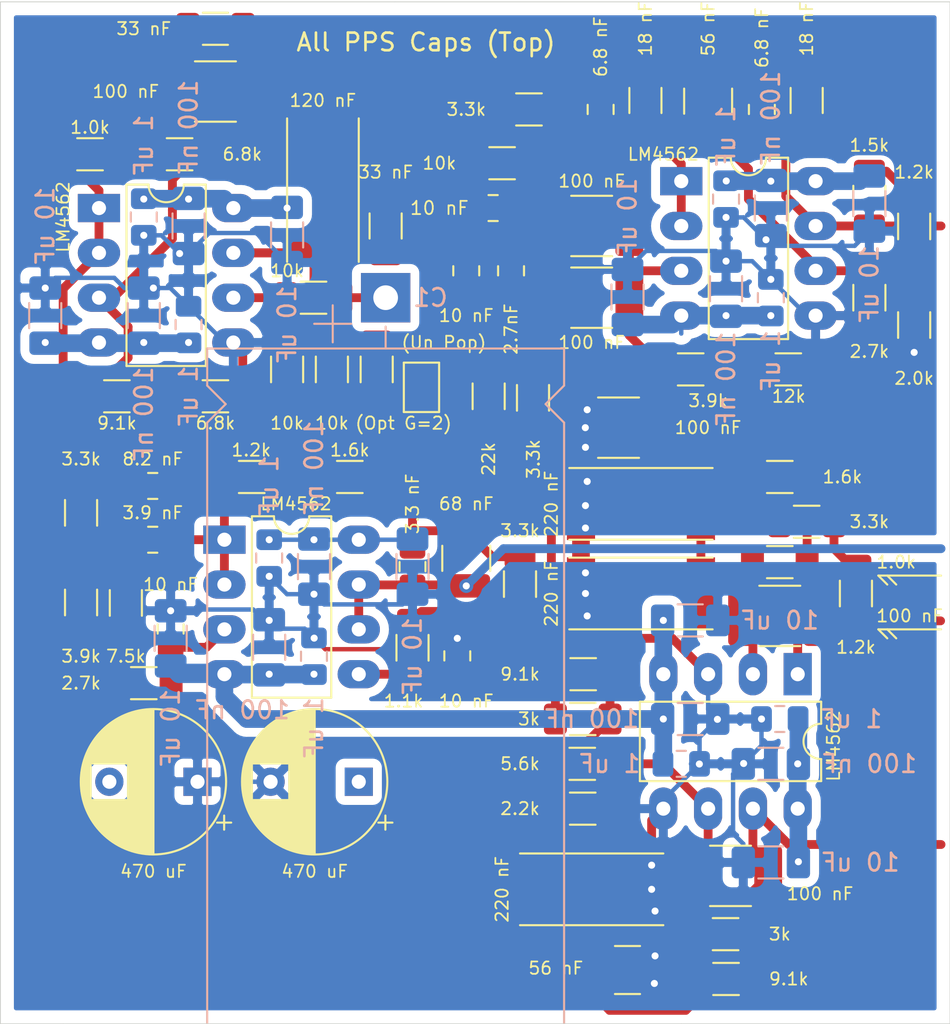
<source format=kicad_pcb>
(kicad_pcb (version 20171130) (host pcbnew "(5.1.9)-1")
  (layers (0 F.Cu signal) (1 In1.Cu power hide) (2 In2.Cu signal hide) (31 B.Cu signal hide) (34 B.Paste user hide) (35 F.Paste user hide) (36 B.SilkS user) (37 F.SilkS user) (38 B.Mask user hide) (39 F.Mask user hide) (44 Edge.Cuts user))
  (net 0 "")
  (net 1 "Net-(C1-Pad1)")
  (net 2 "Net-(C1-Pad2)")
  (net 3 "Net-(C2-Pad1)")
  (net 4 /~Signal)
  (net 5 "Net-(C3-Pad1)")
  (net 6 GNDA)
  (net 7 "Net-(C4-Pad1)")
  (net 8 "Net-(C10-Pad2)")
  (net 9 "Net-(C8-Pad1)")
  (net 10 "Net-(C10-Pad1)")
  (net 11 /VCC)
  (net 12 /VEE)
  (net 13 /Subwoofer_Out)
  (net 14 "Net-(C19-Pad2)")
  (net 15 /LFE_Out)
  (net 16 "Net-(C20-Pad2)")
  (net 17 "Net-(C21-Pad1)")
  (net 18 "Net-(C23-Pad2)")
  (net 19 "Net-(C23-Pad1)")
  (net 20 "Net-(C45-Pad2)")
  (net 21 "Net-(C46-Pad2)")
  (net 22 "Net-(C46-Pad1)")
  (net 23 "Net-(C48-Pad1)")
  (net 24 "Net-(C50-Pad1)")
  (net 25 /Mid_Out)
  (net 26 "Net-(C53-Pad2)")
  (net 27 "Net-(JP1-Pad1)")
  (net 28 "Net-(R1-Pad1)")
  (net 29 "Net-(R2-Pad1)")
  (net 30 "Net-(R4-Pad1)")
  (net 31 "Net-(R12-Pad1)")
  (net 32 "Net-(R7-Pad2)")
  (net 33 "Net-(R11-Pad2)")
  (net 34 "Net-(R12-Pad2)")
  (net 35 "Net-(R13-Pad2)")
  (net 36 /Tweeter_Out)
  (net 37 "Net-(R18-Pad2)")
  (net 38 "Net-(R21-Pad2)")
  (net 39 "Net-(R25-Pad2)")
  (net 40 "Net-(R28-Pad2)")
  (net 41 "Net-(R29-Pad2)")
  (module Resistor_SMD:R_1206_3216Metric_Pad1.30x1.75mm_HandSolder (layer F.Cu) (at 265.684 25.882 270)
    (fp_text reference R16 hide)
    (fp_text value 1.5k (at -3.022 0 180) (layer F.SilkS) (effects (font (size 0.7 0.7) (thickness 0.1))))
    (pad 2 smd roundrect (at 1.55 0 270) (size 1.3 1.75) (layers F.Cu F.Paste F.Mask) (roundrect_rratio 0.192308) (net 36 /Tweeter_Out))
    (pad 1 smd roundrect (at -1.55 0 270) (size 1.3 1.75) (layers F.Cu F.Paste F.Mask) (roundrect_rratio 0.192308) (net 33 "Net-(R11-Pad2)"))
  )
  (module Capacitor_SMD:C_1206_3216Metric_Pad1.33x1.80mm_HandSolder (layer B.Cu) (at 257.556 30.988 270)
    (fp_text reference C14 hide)
    (fp_text value "100 nF" (at 5.1185 0 270) (layer B.SilkS) (effects (justify mirror)))
    (pad 2 smd roundrect (at 1.5625 0 270) (size 1.325 1.8) (layers B.Cu B.Paste B.Mask) (roundrect_rratio 0.188679) (net 12 /VEE))
    (pad 1 smd roundrect (at -1.5625 0 270) (size 1.325 1.8) (layers B.Cu B.Paste B.Mask) (roundrect_rratio 0.188679) (net 6 GNDA))
  )
  (module Capacitor_SMD:C_0805_2012Metric_Pad1.18x1.45mm_HandSolder (layer B.Cu) (at 255.016 57.912 180)
    (fp_text reference C32 hide)
    (fp_text value "1 uF" (at 4.064 0 180) (layer B.SilkS) (effects (justify mirror)))
    (pad 1 smd roundrect (at -1.0375 0 180) (size 1.175 1.45) (layers B.Cu B.Paste B.Mask) (roundrect_rratio 0.212766) (net 6 GNDA))
    (pad 2 smd roundrect (at 1.0375 0 180) (size 1.175 1.45) (layers B.Cu B.Paste B.Mask) (roundrect_rratio 0.212766) (net 12 /VEE))
  )
  (module Resistor_SMD:R_1206_3216Metric_Pad1.30x1.75mm_HandSolder (layer F.Cu) (at 244.094 37.084 270)
    (fp_text reference R23 hide)
    (fp_text value 22k (at 3.556 0 90) (layer F.SilkS) (effects (font (size 0.7 0.7) (thickness 0.1))))
    (pad 2 smd roundrect (at 1.55 0 270) (size 1.3 1.75) (layers F.Cu F.Paste F.Mask) (roundrect_rratio 0.192308) (net 4 /~Signal))
    (pad 1 smd roundrect (at -1.55 0 270) (size 1.3 1.75) (layers F.Cu F.Paste F.Mask) (roundrect_rratio 0.192308) (net 23 "Net-(C48-Pad1)"))
  )
  (module Resistor_SMD:R_1206_3216Metric_Pad1.30x1.75mm_HandSolder (layer F.Cu) (at 223.012 37.084 180)
    (fp_text reference R4 hide)
    (fp_text value 9.1k (at 0 -1.524) (layer F.SilkS) (effects (font (size 0.7 0.7) (thickness 0.1))))
    (pad 1 smd roundrect (at -1.55 0 180) (size 1.3 1.75) (layers F.Cu F.Paste F.Mask) (roundrect_rratio 0.192308) (net 30 "Net-(R4-Pad1)"))
    (pad 2 smd roundrect (at 1.55 0 180) (size 1.3 1.75) (layers F.Cu F.Paste F.Mask) (roundrect_rratio 0.192308) (net 9 "Net-(C8-Pad1)"))
  )
  (module Capacitor_SMD:C_1812_4532Metric_Pad1.57x3.40mm_HandSolder (layer F.Cu) (at 228.6 19.812)
    (fp_text reference C8 hide)
    (fp_text value "100 nF" (at -5.08 0 180) (layer F.SilkS) (effects (font (size 0.7 0.7) (thickness 0.1))))
    (pad 1 smd roundrect (at -2.1375 0) (size 1.575 3.4) (layers F.Cu F.Paste F.Mask) (roundrect_rratio 0.15873) (net 9 "Net-(C8-Pad1)"))
    (pad 2 smd roundrect (at 2.1375 0) (size 1.575 3.4) (layers F.Cu F.Paste F.Mask) (roundrect_rratio 0.15873) (net 3 "Net-(C2-Pad1)"))
  )
  (module Large_Cap:2416_Hand_Solder (layer F.Cu) (at 234.696 25.4 270)
    (fp_text reference C2 hide)
    (fp_text value "120 nF" (at -5.08 0 180) (layer F.SilkS) (effects (font (size 0.7 0.7) (thickness 0.1))))
    (pad 1 smd rect (at -3.4 0 270) (size 1.6 4.1) (layers F.Cu F.Paste F.Mask) (net 3 "Net-(C2-Pad1)"))
    (pad 2 smd rect (at 3.4 0 270) (size 1.6 4.1) (layers F.Cu F.Paste F.Mask) (net 4 /~Signal))
  )
  (module Capacitor_SMD:C_0805_2012Metric_Pad1.18x1.45mm_HandSolder (layer F.Cu) (at 226.06 50.2705 90)
    (fp_text reference C3 hide)
    (fp_text value "10 nF" (at 2.5185 0 180) (layer F.SilkS) (effects (font (size 0.7 0.7) (thickness 0.1))))
    (pad 1 smd roundrect (at -1.0375 0 90) (size 1.175 1.45) (layers F.Cu F.Paste F.Mask) (roundrect_rratio 0.212766) (net 5 "Net-(C3-Pad1)"))
    (pad 2 smd roundrect (at 1.0375 0 90) (size 1.175 1.45) (layers F.Cu F.Paste F.Mask) (roundrect_rratio 0.212766) (net 6 GNDA))
  )
  (module Capacitor_SMD:C_0805_2012Metric_Pad1.18x1.45mm_HandSolder (layer F.Cu) (at 242.316 51.7945 90)
    (fp_text reference C4 hide)
    (fp_text value "10 nF" (at -2.5615 0.508 180) (layer F.SilkS) (effects (font (size 0.7 0.7) (thickness 0.1))))
    (pad 2 smd roundrect (at 1.0375 0 90) (size 1.175 1.45) (layers F.Cu F.Paste F.Mask) (roundrect_rratio 0.212766) (net 6 GNDA))
    (pad 1 smd roundrect (at -1.0375 0 90) (size 1.175 1.45) (layers F.Cu F.Paste F.Mask) (roundrect_rratio 0.212766) (net 7 "Net-(C4-Pad1)"))
  )
  (module Capacitor_SMD:C_1206_3216Metric_Pad1.33x1.80mm_HandSolder (layer F.Cu) (at 238.252 27.432 270)
    (fp_text reference C5 hide)
    (fp_text value "33 nF" (at -3.048 0 180) (layer F.SilkS) (effects (font (size 0.7 0.7) (thickness 0.1))))
    (pad 2 smd roundrect (at 1.5625 0 270) (size 1.325 1.8) (layers F.Cu F.Paste F.Mask) (roundrect_rratio 0.188679) (net 4 /~Signal))
    (pad 1 smd roundrect (at -1.5625 0 270) (size 1.325 1.8) (layers F.Cu F.Paste F.Mask) (roundrect_rratio 0.188679) (net 3 "Net-(C2-Pad1)"))
  )
  (module Capacitor_SMD:C_0805_2012Metric_Pad1.18x1.45mm_HandSolder (layer F.Cu) (at 242.824 29.972 270)
    (fp_text reference C6 hide)
    (fp_text value "10 nF" (at 2.54 0) (layer F.SilkS) (effects (font (size 0.7 0.7) (thickness 0.1))))
    (pad 2 smd roundrect (at 1.0375 0 270) (size 1.175 1.45) (layers F.Cu F.Paste F.Mask) (roundrect_rratio 0.212766) (net 4 /~Signal))
    (pad 1 smd roundrect (at -1.0375 0 270) (size 1.175 1.45) (layers F.Cu F.Paste F.Mask) (roundrect_rratio 0.212766) (net 8 "Net-(C10-Pad2)"))
  )
  (module Capacitor_SMD:C_0805_2012Metric_Pad1.18x1.45mm_HandSolder (layer F.Cu) (at 245.364 29.972 270)
    (fp_text reference C7 hide)
    (fp_text value 2.7nF (at 3.302 0 270) (layer F.SilkS) (effects (font (size 0.7 0.7) (thickness 0.1))))
    (pad 1 smd roundrect (at -1.0375 0 270) (size 1.175 1.45) (layers F.Cu F.Paste F.Mask) (roundrect_rratio 0.212766) (net 8 "Net-(C10-Pad2)"))
    (pad 2 smd roundrect (at 1.0375 0 270) (size 1.175 1.45) (layers F.Cu F.Paste F.Mask) (roundrect_rratio 0.212766) (net 4 /~Signal))
  )
  (module Capacitor_SMD:C_1206_3216Metric_Pad1.33x1.80mm_HandSolder (layer F.Cu) (at 228.6 16.256)
    (fp_text reference C9 hide)
    (fp_text value "33 nF" (at -4.064 0) (layer F.SilkS) (effects (font (size 0.7 0.7) (thickness 0.1))))
    (pad 1 smd roundrect (at -1.5625 0) (size 1.325 1.8) (layers F.Cu F.Paste F.Mask) (roundrect_rratio 0.188679) (net 9 "Net-(C8-Pad1)"))
    (pad 2 smd roundrect (at 1.5625 0) (size 1.325 1.8) (layers F.Cu F.Paste F.Mask) (roundrect_rratio 0.188679) (net 3 "Net-(C2-Pad1)"))
  )
  (module Capacitor_SMD:C_0805_2012Metric_Pad1.18x1.45mm_HandSolder (layer F.Cu) (at 244.348 26.416 180)
    (fp_text reference C10 hide)
    (fp_text value "10 nF" (at 3.048 0) (layer F.SilkS) (effects (font (size 0.75 0.75) (thickness 0.1))))
    (pad 2 smd roundrect (at 1.0375 0 180) (size 1.175 1.45) (layers F.Cu F.Paste F.Mask) (roundrect_rratio 0.212766) (net 8 "Net-(C10-Pad2)"))
    (pad 1 smd roundrect (at -1.0375 0 180) (size 1.175 1.45) (layers F.Cu F.Paste F.Mask) (roundrect_rratio 0.212766) (net 10 "Net-(C10-Pad1)"))
  )
  (module Capacitor_SMD:C_1206_3216Metric_Pad1.33x1.80mm_HandSolder (layer B.Cu) (at 227.076 27.432 270)
    (fp_text reference C11 hide)
    (fp_text value "100 nF" (at -5.588 0 90) (layer B.SilkS) (effects (justify mirror)))
    (pad 2 smd roundrect (at 1.5625 0 270) (size 1.325 1.8) (layers B.Cu B.Paste B.Mask) (roundrect_rratio 0.188679) (net 6 GNDA))
    (pad 1 smd roundrect (at -1.5625 0 270) (size 1.325 1.8) (layers B.Cu B.Paste B.Mask) (roundrect_rratio 0.188679) (net 11 /VCC))
  )
  (module Capacitor_SMD:C_1206_3216Metric_Pad1.33x1.80mm_HandSolder (layer B.Cu) (at 224.536 32.512 270)
    (fp_text reference C12 hide)
    (fp_text value "100 nF" (at 5.588 0 270) (layer B.SilkS) (effects (justify mirror)))
    (pad 2 smd roundrect (at 1.5625 0 270) (size 1.325 1.8) (layers B.Cu B.Paste B.Mask) (roundrect_rratio 0.188679) (net 12 /VEE))
    (pad 1 smd roundrect (at -1.5625 0 270) (size 1.325 1.8) (layers B.Cu B.Paste B.Mask) (roundrect_rratio 0.188679) (net 6 GNDA))
  )
  (module Capacitor_SMD:C_1206_3216Metric_Pad1.33x1.80mm_HandSolder (layer B.Cu) (at 260.096 26.416 270)
    (fp_text reference C13 hide)
    (fp_text value "100 nF" (at -5.08 0 270) (layer B.SilkS) (effects (justify mirror)))
    (pad 2 smd roundrect (at 1.5625 0 270) (size 1.325 1.8) (layers B.Cu B.Paste B.Mask) (roundrect_rratio 0.188679) (net 6 GNDA))
    (pad 1 smd roundrect (at -1.5625 0 270) (size 1.325 1.8) (layers B.Cu B.Paste B.Mask) (roundrect_rratio 0.188679) (net 11 /VCC))
  )
  (module Capacitor_SMD:C_1206_3216Metric_Pad1.33x1.80mm_HandSolder (layer B.Cu) (at 234.188 46.736 270)
    (fp_text reference C15 hide)
    (fp_text value "100 nF" (at -5.588 0 270) (layer B.SilkS) (effects (justify mirror)))
    (pad 2 smd roundrect (at 1.5625 0 270) (size 1.325 1.8) (layers B.Cu B.Paste B.Mask) (roundrect_rratio 0.188679) (net 6 GNDA))
    (pad 1 smd roundrect (at -1.5625 0 270) (size 1.325 1.8) (layers B.Cu B.Paste B.Mask) (roundrect_rratio 0.188679) (net 11 /VCC))
  )
  (module Capacitor_SMD:C_1206_3216Metric_Pad1.33x1.80mm_HandSolder (layer B.Cu) (at 231.648 51.308 270)
    (fp_text reference C16 hide)
    (fp_text value "100 nF" (at 3.556 1.524) (layer B.SilkS) (effects (justify mirror)))
    (pad 2 smd roundrect (at 1.5625 0 270) (size 1.325 1.8) (layers B.Cu B.Paste B.Mask) (roundrect_rratio 0.188679) (net 12 /VEE))
    (pad 1 smd roundrect (at -1.5625 0 270) (size 1.325 1.8) (layers B.Cu B.Paste B.Mask) (roundrect_rratio 0.188679) (net 6 GNDA))
  )
  (module Capacitor_SMD:C_1206_3216Metric_Pad1.33x1.80mm_HandSolder (layer B.Cu) (at 260.096 57.912 180)
    (fp_text reference C17 hide)
    (fp_text value "100 nF" (at -5.588 0 180) (layer B.SilkS) (effects (justify mirror)))
    (pad 1 smd roundrect (at -1.5625 0 180) (size 1.325 1.8) (layers B.Cu B.Paste B.Mask) (roundrect_rratio 0.188679) (net 11 /VCC))
    (pad 2 smd roundrect (at 1.5625 0 180) (size 1.325 1.8) (layers B.Cu B.Paste B.Mask) (roundrect_rratio 0.188679) (net 6 GNDA))
  )
  (module Capacitor_SMD:C_1206_3216Metric_Pad1.33x1.80mm_HandSolder (layer B.Cu) (at 255.524 55.372 180)
    (fp_text reference C18 hide)
    (fp_text value "100 nF" (at 5.588 0 180) (layer B.SilkS) (effects (justify mirror)))
    (pad 1 smd roundrect (at -1.5625 0 180) (size 1.325 1.8) (layers B.Cu B.Paste B.Mask) (roundrect_rratio 0.188679) (net 6 GNDA))
    (pad 2 smd roundrect (at 1.5625 0 180) (size 1.325 1.8) (layers B.Cu B.Paste B.Mask) (roundrect_rratio 0.188679) (net 12 /VEE))
  )
  (module Capacitor_SMD:C_1812_4532Metric_Pad1.57x3.40mm_HandSolder (layer F.Cu) (at 249.936 27.432 180)
    (fp_text reference C21 hide)
    (fp_text value "100 nF" (at 0 2.54) (layer F.SilkS) (effects (font (size 0.7 0.7) (thickness 0.1))))
    (pad 2 smd roundrect (at 2.1375 0 180) (size 1.575 3.4) (layers F.Cu F.Paste F.Mask) (roundrect_rratio 0.15873) (net 10 "Net-(C10-Pad1)"))
    (pad 1 smd roundrect (at -2.1375 0 180) (size 1.575 3.4) (layers F.Cu F.Paste F.Mask) (roundrect_rratio 0.15873) (net 17 "Net-(C21-Pad1)"))
  )
  (module Capacitor_SMD:C_1812_4532Metric_Pad1.57x3.40mm_HandSolder (layer F.Cu) (at 249.936 31.496 180)
    (fp_text reference C22 hide)
    (fp_text value "100 nF" (at 0 -2.54) (layer F.SilkS) (effects (font (size 0.7 0.7) (thickness 0.1))))
    (pad 1 smd roundrect (at -2.1375 0 180) (size 1.575 3.4) (layers F.Cu F.Paste F.Mask) (roundrect_rratio 0.15873) (net 17 "Net-(C21-Pad1)"))
    (pad 2 smd roundrect (at 2.1375 0 180) (size 1.575 3.4) (layers F.Cu F.Paste F.Mask) (roundrect_rratio 0.15873) (net 10 "Net-(C10-Pad1)"))
  )
  (module Capacitor_SMD:C_1206_3216Metric_Pad1.33x1.80mm_HandSolder (layer F.Cu) (at 252.984 20.32 270)
    (fp_text reference C23 hide)
    (fp_text value "18 nF" (at -4.064 0 90) (layer F.SilkS) (effects (font (size 0.7 0.7) (thickness 0.1))))
    (pad 2 smd roundrect (at 1.5625 0 270) (size 1.325 1.8) (layers F.Cu F.Paste F.Mask) (roundrect_rratio 0.188679) (net 18 "Net-(C23-Pad2)"))
    (pad 1 smd roundrect (at -1.5625 0 270) (size 1.325 1.8) (layers F.Cu F.Paste F.Mask) (roundrect_rratio 0.188679) (net 19 "Net-(C23-Pad1)"))
  )
  (module Capacitor_SMD:C_0805_2012Metric_Pad1.18x1.45mm_HandSolder (layer F.Cu) (at 250.444 20.828 270)
    (fp_text reference C24 hide)
    (fp_text value "6.8 nF" (at -3.556 0 90) (layer F.SilkS) (effects (font (size 0.7 0.7) (thickness 0.1))))
    (pad 2 smd roundrect (at 1.0375 0 270) (size 1.175 1.45) (layers F.Cu F.Paste F.Mask) (roundrect_rratio 0.212766) (net 18 "Net-(C23-Pad2)"))
    (pad 1 smd roundrect (at -1.0375 0 270) (size 1.175 1.45) (layers F.Cu F.Paste F.Mask) (roundrect_rratio 0.212766) (net 19 "Net-(C23-Pad1)"))
  )
  (module Capacitor_SMD:C_0805_2012Metric_Pad1.18x1.45mm_HandSolder (layer B.Cu) (at 224.536 26.924 270)
    (fp_text reference C25 hide)
    (fp_text value "1 uF" (at -4.064 0 270) (layer B.SilkS) (effects (justify mirror)))
    (pad 1 smd roundrect (at -1.0375 0 270) (size 1.175 1.45) (layers B.Cu B.Paste B.Mask) (roundrect_rratio 0.212766) (net 11 /VCC))
    (pad 2 smd roundrect (at 1.0375 0 270) (size 1.175 1.45) (layers B.Cu B.Paste B.Mask) (roundrect_rratio 0.212766) (net 6 GNDA))
  )
  (module Capacitor_SMD:C_0805_2012Metric_Pad1.18x1.45mm_HandSolder (layer B.Cu) (at 227.076 33.02 270)
    (fp_text reference C26 hide)
    (fp_text value "1 uF" (at 4.064 0 270) (layer B.SilkS) (effects (justify mirror)))
    (pad 1 smd roundrect (at -1.0375 0 270) (size 1.175 1.45) (layers B.Cu B.Paste B.Mask) (roundrect_rratio 0.212766) (net 6 GNDA))
    (pad 2 smd roundrect (at 1.0375 0 270) (size 1.175 1.45) (layers B.Cu B.Paste B.Mask) (roundrect_rratio 0.212766) (net 12 /VEE))
  )
  (module Capacitor_SMD:C_0805_2012Metric_Pad1.18x1.45mm_HandSolder (layer B.Cu) (at 257.556 25.908 270)
    (fp_text reference C27 hide)
    (fp_text value "1 uF" (at -3.556 0 270) (layer B.SilkS) (effects (justify mirror)))
    (pad 1 smd roundrect (at -1.0375 0 270) (size 1.175 1.45) (layers B.Cu B.Paste B.Mask) (roundrect_rratio 0.212766) (net 11 /VCC))
    (pad 2 smd roundrect (at 1.0375 0 270) (size 1.175 1.45) (layers B.Cu B.Paste B.Mask) (roundrect_rratio 0.212766) (net 6 GNDA))
  )
  (module Capacitor_SMD:C_0805_2012Metric_Pad1.18x1.45mm_HandSolder (layer B.Cu) (at 260.096 31.496 270)
    (fp_text reference C28 hide)
    (fp_text value "1 uF" (at 3.5775 0 270) (layer B.SilkS) (effects (justify mirror)))
    (pad 2 smd roundrect (at 1.0375 0 270) (size 1.175 1.45) (layers B.Cu B.Paste B.Mask) (roundrect_rratio 0.212766) (net 12 /VEE))
    (pad 1 smd roundrect (at -1.0375 0 270) (size 1.175 1.45) (layers B.Cu B.Paste B.Mask) (roundrect_rratio 0.212766) (net 6 GNDA))
  )
  (module Capacitor_SMD:C_0805_2012Metric_Pad1.18x1.45mm_HandSolder (layer B.Cu) (at 231.648 46.2495 270)
    (fp_text reference C29 hide)
    (fp_text value "1 uF" (at -4.0855 0 270) (layer B.SilkS) (effects (justify mirror)))
    (pad 2 smd roundrect (at 1.0375 0 270) (size 1.175 1.45) (layers B.Cu B.Paste B.Mask) (roundrect_rratio 0.212766) (net 6 GNDA))
    (pad 1 smd roundrect (at -1.0375 0 270) (size 1.175 1.45) (layers B.Cu B.Paste B.Mask) (roundrect_rratio 0.212766) (net 11 /VCC))
  )
  (module Capacitor_SMD:C_0805_2012Metric_Pad1.18x1.45mm_HandSolder (layer B.Cu) (at 234.188 51.816 270)
    (fp_text reference C30 hide)
    (fp_text value "1 uF" (at 4.064 0 270) (layer B.SilkS) (effects (justify mirror)))
    (pad 2 smd roundrect (at 1.0375 0 270) (size 1.175 1.45) (layers B.Cu B.Paste B.Mask) (roundrect_rratio 0.212766) (net 12 /VEE))
    (pad 1 smd roundrect (at -1.0375 0 270) (size 1.175 1.45) (layers B.Cu B.Paste B.Mask) (roundrect_rratio 0.212766) (net 6 GNDA))
  )
  (module Capacitor_SMD:C_0805_2012Metric_Pad1.18x1.45mm_HandSolder (layer B.Cu) (at 260.604 55.372 180)
    (fp_text reference C31 hide)
    (fp_text value "1 uF" (at -4.064 0) (layer B.SilkS) (effects (justify mirror)))
    (pad 1 smd roundrect (at -1.0375 0 180) (size 1.175 1.45) (layers B.Cu B.Paste B.Mask) (roundrect_rratio 0.212766) (net 11 /VCC))
    (pad 2 smd roundrect (at 1.0375 0 180) (size 1.175 1.45) (layers B.Cu B.Paste B.Mask) (roundrect_rratio 0.212766) (net 6 GNDA))
  )
  (module Capacitor_SMD:C_1206_3216Metric_Pad1.33x1.80mm_HandSolder (layer B.Cu) (at 232.664 27.94 270)
    (fp_text reference C33 hide)
    (fp_text value "10 uF" (at 5.08 0 270) (layer B.SilkS) (effects (justify mirror)))
    (pad 1 smd roundrect (at -1.5625 0 270) (size 1.325 1.8) (layers B.Cu B.Paste B.Mask) (roundrect_rratio 0.188679) (net 11 /VCC))
    (pad 2 smd roundrect (at 1.5625 0 270) (size 1.325 1.8) (layers B.Cu B.Paste B.Mask) (roundrect_rratio 0.188679) (net 6 GNDA))
  )
  (module Capacitor_SMD:C_1206_3216Metric_Pad1.33x1.80mm_HandSolder (layer B.Cu) (at 218.948 32.512 270)
    (fp_text reference C34 hide)
    (fp_text value "10 uF" (at -5.08 0 270) (layer B.SilkS) (effects (justify mirror)))
    (pad 1 smd roundrect (at -1.5625 0 270) (size 1.325 1.8) (layers B.Cu B.Paste B.Mask) (roundrect_rratio 0.188679) (net 6 GNDA))
    (pad 2 smd roundrect (at 1.5625 0 270) (size 1.325 1.8) (layers B.Cu B.Paste B.Mask) (roundrect_rratio 0.188679) (net 12 /VEE))
  )
  (module Capacitor_SMD:C_1206_3216Metric_Pad1.33x1.80mm_HandSolder (layer B.Cu) (at 265.684 26.162 270)
    (fp_text reference C35 hide)
    (fp_text value "10 uF" (at 4.572 0 270) (layer B.SilkS) (effects (justify mirror)))
    (pad 1 smd roundrect (at -1.5625 0 270) (size 1.325 1.8) (layers B.Cu B.Paste B.Mask) (roundrect_rratio 0.188679) (net 11 /VCC))
    (pad 2 smd roundrect (at 1.5625 0 270) (size 1.325 1.8) (layers B.Cu B.Paste B.Mask) (roundrect_rratio 0.188679) (net 6 GNDA))
  )
  (module Capacitor_SMD:C_1206_3216Metric_Pad1.33x1.80mm_HandSolder (layer B.Cu) (at 251.968 31.4575 270)
    (fp_text reference C36 hide)
    (fp_text value "10 uF" (at -4.5335 0 270) (layer B.SilkS) (effects (justify mirror)))
    (pad 1 smd roundrect (at -1.5625 0 270) (size 1.325 1.8) (layers B.Cu B.Paste B.Mask) (roundrect_rratio 0.188679) (net 6 GNDA))
    (pad 2 smd roundrect (at 1.5625 0 270) (size 1.325 1.8) (layers B.Cu B.Paste B.Mask) (roundrect_rratio 0.188679) (net 12 /VEE))
  )
  (module Capacitor_SMD:C_1206_3216Metric_Pad1.33x1.80mm_HandSolder (layer B.Cu) (at 239.776 46.736 270)
    (fp_text reference C37 hide)
    (fp_text value "10 uF" (at 5.08 0 270) (layer B.SilkS) (effects (justify mirror)))
    (pad 1 smd roundrect (at -1.5625 0 270) (size 1.325 1.8) (layers B.Cu B.Paste B.Mask) (roundrect_rratio 0.188679) (net 11 /VCC))
    (pad 2 smd roundrect (at 1.5625 0 270) (size 1.325 1.8) (layers B.Cu B.Paste B.Mask) (roundrect_rratio 0.188679) (net 6 GNDA))
  )
  (module Capacitor_SMD:C_1206_3216Metric_Pad1.33x1.80mm_HandSolder (layer B.Cu) (at 226.06 50.8 270)
    (fp_text reference C38 hide)
    (fp_text value "10 uF" (at 5.08 0 270) (layer B.SilkS) (effects (justify mirror)))
    (pad 1 smd roundrect (at -1.5625 0 270) (size 1.325 1.8) (layers B.Cu B.Paste B.Mask) (roundrect_rratio 0.188679) (net 6 GNDA))
    (pad 2 smd roundrect (at 1.5625 0 270) (size 1.325 1.8) (layers B.Cu B.Paste B.Mask) (roundrect_rratio 0.188679) (net 12 /VEE))
  )
  (module Capacitor_SMD:C_1206_3216Metric_Pad1.33x1.80mm_HandSolder (layer B.Cu) (at 260.096 63.5 180)
    (fp_text reference C39 hide)
    (fp_text value "10 uF" (at -5.08 0 180) (layer B.SilkS) (effects (justify mirror)))
    (pad 2 smd roundrect (at 1.5625 0 180) (size 1.325 1.8) (layers B.Cu B.Paste B.Mask) (roundrect_rratio 0.188679) (net 6 GNDA))
    (pad 1 smd roundrect (at -1.5625 0 180) (size 1.325 1.8) (layers B.Cu B.Paste B.Mask) (roundrect_rratio 0.188679) (net 11 /VCC))
  )
  (module Capacitor_SMD:C_1206_3216Metric_Pad1.33x1.80mm_HandSolder (layer B.Cu) (at 255.524 49.784 180)
    (fp_text reference C40 hide)
    (fp_text value "10 uF" (at -5.08 0 180) (layer B.SilkS) (effects (justify mirror)))
    (pad 2 smd roundrect (at 1.5625 0 180) (size 1.325 1.8) (layers B.Cu B.Paste B.Mask) (roundrect_rratio 0.188679) (net 12 /VEE))
    (pad 1 smd roundrect (at -1.5625 0 180) (size 1.325 1.8) (layers B.Cu B.Paste B.Mask) (roundrect_rratio 0.188679) (net 6 GNDA))
  )
  (module Capacitor_THT:CP_Radial_D8.0mm_P5.00mm (layer F.Cu) (at 236.728 58.928 180)
    (fp_text reference C41 hide)
    (fp_text value "470 uF" (at 2.5 -5.08) (layer F.SilkS) (effects (font (size 0.7 0.7) (thickness 0.1))))
    (pad 1 thru_hole rect (at 0 0 180) (size 1.6 1.6) (drill 0.8) (layers *.Cu *.Mask) (net 11 /VCC))
    (pad 2 thru_hole circle (at 5 0 180) (size 1.6 1.6) (drill 0.8) (layers *.Cu *.Mask) (net 6 GNDA))
  )
  (module Capacitor_THT:CP_Radial_D8.0mm_P5.00mm (layer F.Cu) (at 227.584 58.928 180)
    (fp_text reference C42 hide)
    (fp_text value "470 uF" (at 2.5 -5.08) (layer F.SilkS) (effects (font (size 0.7 0.7) (thickness 0.1))))
    (pad 2 thru_hole circle (at 5 0 180) (size 1.6 1.6) (drill 0.8) (layers *.Cu *.Mask) (net 12 /VEE))
    (pad 1 thru_hole rect (at 0 0 180) (size 1.6 1.6) (drill 0.8) (layers *.Cu *.Mask) (net 6 GNDA))
  )
  (module Capacitor_SMD:C_1206_3216Metric_Pad1.33x1.80mm_HandSolder (layer F.Cu) (at 262.128 20.32 90)
    (fp_text reference C43 hide)
    (fp_text value "18 nF" (at 4.064 0 90) (layer F.SilkS) (effects (font (size 0.7 0.7) (thickness 0.1))))
    (pad 2 smd roundrect (at 1.5625 0 90) (size 1.325 1.8) (layers F.Cu F.Paste F.Mask) (roundrect_rratio 0.188679) (net 19 "Net-(C23-Pad1)"))
    (pad 1 smd roundrect (at -1.5625 0 90) (size 1.325 1.8) (layers F.Cu F.Paste F.Mask) (roundrect_rratio 0.188679) (net 36 /Tweeter_Out))
  )
  (module Capacitor_SMD:C_0805_2012Metric_Pad1.18x1.45mm_HandSolder (layer F.Cu) (at 259.588 20.828 90)
    (fp_text reference C44 hide)
    (fp_text value "6.8 nF" (at 4.064 0 90) (layer F.SilkS) (effects (font (size 0.7 0.7) (thickness 0.1))))
    (pad 2 smd roundrect (at 1.0375 0 90) (size 1.175 1.45) (layers F.Cu F.Paste F.Mask) (roundrect_rratio 0.212766) (net 19 "Net-(C23-Pad1)"))
    (pad 1 smd roundrect (at -1.0375 0 90) (size 1.175 1.45) (layers F.Cu F.Paste F.Mask) (roundrect_rratio 0.212766) (net 36 /Tweeter_Out))
  )
  (module Capacitor_SMD:C_1210_3225Metric_Pad1.33x2.70mm_HandSolder (layer F.Cu) (at 256.54 20.3585 270)
    (fp_text reference C45 hide)
    (fp_text value "56 nF" (at -4.1025 0 270) (layer F.SilkS) (effects (font (size 0.7 0.7) (thickness 0.1))))
    (pad 2 smd roundrect (at 1.5625 0 270) (size 1.325 2.7) (layers F.Cu F.Paste F.Mask) (roundrect_rratio 0.188679) (net 20 "Net-(C45-Pad2)"))
    (pad 1 smd roundrect (at -1.5625 0 270) (size 1.325 2.7) (layers F.Cu F.Paste F.Mask) (roundrect_rratio 0.188679) (net 19 "Net-(C23-Pad1)"))
  )
  (module Capacitor_SMD:C_0805_2012Metric_Pad1.18x1.45mm_HandSolder (layer F.Cu) (at 225.044 45.212 180)
    (fp_text reference C46 hide)
    (fp_text value "3.9 nF" (at 0 1.524) (layer F.SilkS) (effects (font (size 0.7 0.7) (thickness 0.1))))
    (pad 2 smd roundrect (at 1.0375 0 180) (size 1.175 1.45) (layers F.Cu F.Paste F.Mask) (roundrect_rratio 0.212766) (net 21 "Net-(C46-Pad2)"))
    (pad 1 smd roundrect (at -1.0375 0 180) (size 1.175 1.45) (layers F.Cu F.Paste F.Mask) (roundrect_rratio 0.212766) (net 22 "Net-(C46-Pad1)"))
  )
  (module Capacitor_SMD:C_0805_2012Metric_Pad1.18x1.45mm_HandSolder (layer F.Cu) (at 225.044 42.164 180)
    (fp_text reference C47 hide)
    (fp_text value "8.2 nF" (at 0 1.524) (layer F.SilkS) (effects (font (size 0.7 0.7) (thickness 0.1))))
    (pad 1 smd roundrect (at -1.0375 0 180) (size 1.175 1.45) (layers F.Cu F.Paste F.Mask) (roundrect_rratio 0.212766) (net 22 "Net-(C46-Pad1)"))
    (pad 2 smd roundrect (at 1.0375 0 180) (size 1.175 1.45) (layers F.Cu F.Paste F.Mask) (roundrect_rratio 0.212766) (net 21 "Net-(C46-Pad2)"))
  )
  (module Large_Cap:2416_Hand_Solder (layer F.Cu) (at 252.73 43.18 180)
    (fp_text reference C48 hide)
    (fp_text value "220 nF" (at 5.08 0 270) (layer F.SilkS) (effects (font (size 0.7 0.7) (thickness 0.1))))
    (pad 1 smd rect (at -3.4 0 180) (size 1.6 4.1) (layers F.Cu F.Paste F.Mask) (net 23 "Net-(C48-Pad1)"))
    (pad 2 smd rect (at 3.4 0 180) (size 1.6 4.1) (layers F.Cu F.Paste F.Mask) (net 6 GNDA))
  )
  (module Large_Cap:2416_Hand_Solder (layer F.Cu) (at 252.73 48.26 180)
    (fp_text reference C49 hide)
    (fp_text value "220 nF" (at 5.08 0 270) (layer F.SilkS) (effects (font (size 0.7 0.7) (thickness 0.1))))
    (pad 2 smd rect (at 3.4 0 180) (size 1.6 4.1) (layers F.Cu F.Paste F.Mask) (net 6 GNDA))
    (pad 1 smd rect (at -3.4 0 180) (size 1.6 4.1) (layers F.Cu F.Paste F.Mask) (net 23 "Net-(C48-Pad1)"))
  )
  (module Large_Cap:2416_Hand_Solder (layer F.Cu) (at 249.936 65.024)
    (fp_text reference C50 hide)
    (fp_text value "220 nF" (at -5.08 0 90) (layer F.SilkS) (effects (font (size 0.7 0.7) (thickness 0.1))))
    (pad 2 smd rect (at 3.4 0) (size 1.6 4.1) (layers F.Cu F.Paste F.Mask) (net 6 GNDA))
    (pad 1 smd rect (at -3.4 0) (size 1.6 4.1) (layers F.Cu F.Paste F.Mask) (net 24 "Net-(C50-Pad1)"))
  )
  (module Capacitor_SMD:C_1210_3225Metric_Pad1.33x2.70mm_HandSolder (layer F.Cu) (at 251.968 69.596)
    (fp_text reference C52 hide)
    (fp_text value "56 nF" (at -4.064 -0.103001) (layer F.SilkS) (effects (font (size 0.7 0.7) (thickness 0.1))))
    (pad 1 smd roundrect (at -1.5625 0) (size 1.325 2.7) (layers F.Cu F.Paste F.Mask) (roundrect_rratio 0.188679) (net 24 "Net-(C50-Pad1)"))
    (pad 2 smd roundrect (at 1.5625 0) (size 1.325 2.7) (layers F.Cu F.Paste F.Mask) (roundrect_rratio 0.188679) (net 6 GNDA))
  )
  (module Capacitor_SMD:C_1210_3225Metric_Pad1.33x2.70mm_HandSolder (layer F.Cu) (at 242.824 46.2665 90)
    (fp_text reference C53 hide)
    (fp_text value "68 nF" (at 3.0865 0 180) (layer F.SilkS) (effects (font (size 0.7 0.7) (thickness 0.1))))
    (pad 1 smd roundrect (at -1.5625 0 90) (size 1.325 2.7) (layers F.Cu F.Paste F.Mask) (roundrect_rratio 0.188679) (net 25 /Mid_Out))
    (pad 2 smd roundrect (at 1.5625 0 90) (size 1.325 2.7) (layers F.Cu F.Paste F.Mask) (roundrect_rratio 0.188679) (net 26 "Net-(C53-Pad2)"))
  )
  (module Capacitor_SMD:C_0805_2012Metric_Pad1.18x1.45mm_HandSolder (layer F.Cu) (at 239.776 46.736 90)
    (fp_text reference C54 hide)
    (fp_text value "3.3 nF" (at 3.556 0 90) (layer F.SilkS) (effects (font (size 0.7 0.7) (thickness 0.1))))
    (pad 1 smd roundrect (at -1.0375 0 90) (size 1.175 1.45) (layers F.Cu F.Paste F.Mask) (roundrect_rratio 0.212766) (net 25 /Mid_Out))
    (pad 2 smd roundrect (at 1.0375 0 90) (size 1.175 1.45) (layers F.Cu F.Paste F.Mask) (roundrect_rratio 0.212766) (net 26 "Net-(C53-Pad2)"))
  )
  (module Jumper:SolderJumper-2_P1.3mm_Open_Pad1.0x1.5mm (layer F.Cu) (at 240.284 36.576 90)
    (fp_text reference JP1 hide)
    (fp_text value "(Opt G=2)" (at -2.032 -1.016 180) (layer F.SilkS) (effects (font (size 0.7 0.7) (thickness 0.1))))
    (pad 2 smd rect (at 0.65 0 90) (size 1 1.5) (layers F.Cu F.Mask) (net 4 /~Signal))
    (pad 1 smd rect (at -0.65 0 90) (size 1 1.5) (layers F.Cu F.Mask) (net 27 "Net-(JP1-Pad1)"))
  )
  (module Resistor_SMD:R_1206_3216Metric_Pad1.30x1.75mm_HandSolder (layer F.Cu) (at 226.568 23.368)
    (fp_text reference R1 hide)
    (fp_text value 6.8k (at 3.556 0) (layer F.SilkS) (effects (font (size 0.7 0.7) (thickness 0.1))))
    (pad 1 smd roundrect (at -1.55 0) (size 1.3 1.75) (layers F.Cu F.Paste F.Mask) (roundrect_rratio 0.192308) (net 28 "Net-(R1-Pad1)"))
    (pad 2 smd roundrect (at 1.55 0) (size 1.3 1.75) (layers F.Cu F.Paste F.Mask) (roundrect_rratio 0.192308) (net 3 "Net-(C2-Pad1)"))
  )
  (module Resistor_SMD:R_1206_3216Metric_Pad1.30x1.75mm_HandSolder (layer F.Cu) (at 255.55 35.56 180)
    (fp_text reference R2 hide)
    (fp_text value 3.9k (at -0.99 -1.778) (layer F.SilkS) (effects (font (size 0.7 0.7) (thickness 0.1))))
    (pad 2 smd roundrect (at 1.55 0 180) (size 1.3 1.75) (layers F.Cu F.Paste F.Mask) (roundrect_rratio 0.192308) (net 17 "Net-(C21-Pad1)"))
    (pad 1 smd roundrect (at -1.55 0 180) (size 1.3 1.75) (layers F.Cu F.Paste F.Mask) (roundrect_rratio 0.192308) (net 29 "Net-(R2-Pad1)"))
  )
  (module Resistor_SMD:R_1206_3216Metric_Pad1.30x1.75mm_HandSolder (layer F.Cu) (at 261.086 35.56 180)
    (fp_text reference R3 hide)
    (fp_text value 12k (at -0.026 -1.524) (layer F.SilkS) (effects (font (size 0.7 0.7) (thickness 0.1))))
    (pad 1 smd roundrect (at -1.55 0 180) (size 1.3 1.75) (layers F.Cu F.Paste F.Mask) (roundrect_rratio 0.192308) (net 6 GNDA))
    (pad 2 smd roundrect (at 1.55 0 180) (size 1.3 1.75) (layers F.Cu F.Paste F.Mask) (roundrect_rratio 0.192308) (net 29 "Net-(R2-Pad1)"))
  )
  (module Resistor_SMD:R_1206_3216Metric_Pad1.30x1.75mm_HandSolder (layer F.Cu) (at 228.6 37.084 180)
    (fp_text reference R5 hide)
    (fp_text value 6.8k (at 0 -1.524) (layer F.SilkS) (effects (font (size 0.7 0.7) (thickness 0.1))))
    (pad 1 smd roundrect (at -1.55 0 180) (size 1.3 1.75) (layers F.Cu F.Paste F.Mask) (roundrect_rratio 0.192308) (net 6 GNDA))
    (pad 2 smd roundrect (at 1.55 0 180) (size 1.3 1.75) (layers F.Cu F.Paste F.Mask) (roundrect_rratio 0.192308) (net 30 "Net-(R4-Pad1)"))
  )
  (module Resistor_SMD:R_1206_3216Metric_Pad1.30x1.75mm_HandSolder (layer F.Cu) (at 221.488 23.368)
    (fp_text reference R6 hide)
    (fp_text value 1.0k (at 0 -1.524) (layer F.SilkS) (effects (font (size 0.7 0.7) (thickness 0.1))))
    (pad 2 smd roundrect (at 1.55 0) (size 1.3 1.75) (layers F.Cu F.Paste F.Mask) (roundrect_rratio 0.192308) (net 28 "Net-(R1-Pad1)"))
    (pad 1 smd roundrect (at -1.55 0) (size 1.3 1.75) (layers F.Cu F.Paste F.Mask) (roundrect_rratio 0.192308) (net 31 "Net-(R12-Pad1)"))
  )
  (module Resistor_SMD:R_1206_3216Metric_Pad1.30x1.75mm_HandSolder (layer F.Cu) (at 244.856 23.876)
    (fp_text reference R7 hide)
    (fp_text value 10k (at -3.556 0) (layer F.SilkS) (effects (font (size 0.7 0.7) (thickness 0.1))))
    (pad 1 smd roundrect (at -1.55 0) (size 1.3 1.75) (layers F.Cu F.Paste F.Mask) (roundrect_rratio 0.192308) (net 8 "Net-(C10-Pad2)"))
    (pad 2 smd roundrect (at 1.55 0) (size 1.3 1.75) (layers F.Cu F.Paste F.Mask) (roundrect_rratio 0.192308) (net 32 "Net-(R7-Pad2)"))
  )
  (module Resistor_SMD:R_1206_3216Metric_Pad1.30x1.75mm_HandSolder (layer F.Cu) (at 246.38 20.828)
    (fp_text reference R8 hide)
    (fp_text value 3.3k (at -3.556 0) (layer F.SilkS) (effects (font (size 0.7 0.7) (thickness 0.1))))
    (pad 2 smd roundrect (at 1.55 0) (size 1.3 1.75) (layers F.Cu F.Paste F.Mask) (roundrect_rratio 0.192308) (net 18 "Net-(C23-Pad2)"))
    (pad 1 smd roundrect (at -1.55 0) (size 1.3 1.75) (layers F.Cu F.Paste F.Mask) (roundrect_rratio 0.192308) (net 32 "Net-(R7-Pad2)"))
  )
  (module Resistor_SMD:R_1206_3216Metric_Pad1.30x1.75mm_HandSolder (layer F.Cu) (at 268.224 33.046 90)
    (fp_text reference R9 hide)
    (fp_text value 2.0k (at -3.022 0 180) (layer F.SilkS) (effects (font (size 0.7 0.7) (thickness 0.1))))
    (pad 1 smd roundrect (at -1.55 0 90) (size 1.3 1.75) (layers F.Cu F.Paste F.Mask) (roundrect_rratio 0.192308) (net 6 GNDA))
    (pad 2 smd roundrect (at 1.55 0 90) (size 1.3 1.75) (layers F.Cu F.Paste F.Mask) (roundrect_rratio 0.192308) (net 20 "Net-(C45-Pad2)"))
  )
  (module Resistor_SMD:R_1206_3216Metric_Pad1.30x1.75mm_HandSolder (layer F.Cu) (at 265.684 31.496 90)
    (fp_text reference R10 hide)
    (fp_text value 2.7k (at -3.048 0 180) (layer F.SilkS) (effects (font (size 0.7 0.7) (thickness 0.1))))
    (pad 2 smd roundrect (at 1.55 0 90) (size 1.3 1.75) (layers F.Cu F.Paste F.Mask) (roundrect_rratio 0.192308) (net 20 "Net-(C45-Pad2)"))
    (pad 1 smd roundrect (at -1.55 0 90) (size 1.3 1.75) (layers F.Cu F.Paste F.Mask) (roundrect_rratio 0.192308) (net 6 GNDA))
  )
  (module Resistor_SMD:R_1206_3216Metric_Pad1.30x1.75mm_HandSolder (layer F.Cu) (at 268.224 27.458 90)
    (fp_text reference R11 hide)
    (fp_text value 1.2k (at 3.074 0 180) (layer F.SilkS) (effects (font (size 0.7 0.7) (thickness 0.1))))
    (pad 1 smd roundrect (at -1.55 0 90) (size 1.3 1.75) (layers F.Cu F.Paste F.Mask) (roundrect_rratio 0.192308) (net 20 "Net-(C45-Pad2)"))
    (pad 2 smd roundrect (at 1.55 0 90) (size 1.3 1.75) (layers F.Cu F.Paste F.Mask) (roundrect_rratio 0.192308) (net 33 "Net-(R11-Pad2)"))
  )
  (module Resistor_SMD:R_1206_3216Metric_Pad1.30x1.75mm_HandSolder (layer F.Cu) (at 220.98 43.688 270)
    (fp_text reference R12 hide)
    (fp_text value 3.3k (at -3.048 0 180) (layer F.SilkS) (effects (font (size 0.7 0.7) (thickness 0.1))))
    (pad 2 smd roundrect (at 1.55 0 270) (size 1.3 1.75) (layers F.Cu F.Paste F.Mask) (roundrect_rratio 0.192308) (net 34 "Net-(R12-Pad2)"))
    (pad 1 smd roundrect (at -1.55 0 270) (size 1.3 1.75) (layers F.Cu F.Paste F.Mask) (roundrect_rratio 0.192308) (net 31 "Net-(R12-Pad1)"))
  )
  (module Resistor_SMD:R_1206_3216Metric_Pad1.30x1.75mm_HandSolder (layer F.Cu) (at 234.162 31.496 180)
    (fp_text reference R13 hide)
    (fp_text value 10k (at 1.498 1.524) (layer F.SilkS) (effects (font (size 0.7 0.7) (thickness 0.1))))
    (pad 1 smd roundrect (at -1.55 0 180) (size 1.3 1.75) (layers F.Cu F.Paste F.Mask) (roundrect_rratio 0.192308) (net 1 "Net-(C1-Pad1)"))
    (pad 2 smd roundrect (at 1.55 0 180) (size 1.3 1.75) (layers F.Cu F.Paste F.Mask) (roundrect_rratio 0.192308) (net 35 "Net-(R13-Pad2)"))
  )
  (module Resistor_SMD:R_1206_3216Metric_Pad1.30x1.75mm_HandSolder (layer F.Cu) (at 232.664 35.56 90)
    (fp_text reference R14 hide)
    (fp_text value 10k (at -3.048 0) (layer F.SilkS) (effects (font (size 0.7 0.7) (thickness 0.1))))
    (pad 2 smd roundrect (at 1.55 0 90) (size 1.3 1.75) (layers F.Cu F.Paste F.Mask) (roundrect_rratio 0.192308) (net 35 "Net-(R13-Pad2)"))
    (pad 1 smd roundrect (at -1.55 0 90) (size 1.3 1.75) (layers F.Cu F.Paste F.Mask) (roundrect_rratio 0.192308) (net 27 "Net-(JP1-Pad1)"))
  )
  (module Resistor_SMD:R_1206_3216Metric_Pad1.30x1.75mm_HandSolder (layer F.Cu) (at 235.204 35.56 90)
    (fp_text reference R15 hide)
    (fp_text value 10k (at -3.048 0 180) (layer F.SilkS) (effects (font (size 0.7 0.7) (thickness 0.1))))
    (pad 2 smd roundrect (at 1.55 0 90) (size 1.3 1.75) (layers F.Cu F.Paste F.Mask) (roundrect_rratio 0.192308) (net 4 /~Signal))
    (pad 1 smd roundrect (at -1.55 0 90) (size 1.3 1.75) (layers F.Cu F.Paste F.Mask) (roundrect_rratio 0.192308) (net 27 "Net-(JP1-Pad1)"))
  )
  (module Resistor_SMD:R_1206_3216Metric_Pad1.30x1.75mm_HandSolder (layer F.Cu) (at 220.98 48.768 270)
    (fp_text reference R17 hide)
    (fp_text value 3.9k (at 3.048 0 180) (layer F.SilkS) (effects (font (size 0.7 0.7) (thickness 0.1))))
    (pad 2 smd roundrect (at 1.55 0 270) (size 1.3 1.75) (layers F.Cu F.Paste F.Mask) (roundrect_rratio 0.192308) (net 21 "Net-(C46-Pad2)"))
    (pad 1 smd roundrect (at -1.55 0 270) (size 1.3 1.75) (layers F.Cu F.Paste F.Mask) (roundrect_rratio 0.192308) (net 34 "Net-(R12-Pad2)"))
  )
  (module Resistor_SMD:R_1206_3216Metric_Pad1.30x1.75mm_HandSolder (layer F.Cu) (at 223.52 48.794 270)
    (fp_text reference R18 hide)
    (fp_text value 7.5k (at 3.022 0 180) (layer F.SilkS) (effects (font (size 0.7 0.7) (thickness 0.1))))
    (pad 2 smd roundrect (at 1.55 0 270) (size 1.3 1.75) (layers F.Cu F.Paste F.Mask) (roundrect_rratio 0.192308) (net 37 "Net-(R18-Pad2)"))
    (pad 1 smd roundrect (at -1.55 0 270) (size 1.3 1.75) (layers F.Cu F.Paste F.Mask) (roundrect_rratio 0.192308) (net 21 "Net-(C46-Pad2)"))
  )
  (module Resistor_SMD:R_1206_3216Metric_Pad1.30x1.75mm_HandSolder (layer F.Cu) (at 224.536 53.34)
    (fp_text reference R19 hide)
    (fp_text value 2.7k (at -3.556 0) (layer F.SilkS) (effects (font (size 0.7 0.7) (thickness 0.1))))
    (pad 1 smd roundrect (at -1.55 0) (size 1.3 1.75) (layers F.Cu F.Paste F.Mask) (roundrect_rratio 0.192308) (net 37 "Net-(R18-Pad2)"))
    (pad 2 smd roundrect (at 1.55 0) (size 1.3 1.75) (layers F.Cu F.Paste F.Mask) (roundrect_rratio 0.192308) (net 5 "Net-(C3-Pad1)"))
  )
  (module Resistor_SMD:R_1206_3216Metric_Pad1.30x1.75mm_HandSolder (layer F.Cu) (at 237.744 35.56 270)
    (fp_text reference R20 hide)
    (fp_text value "(Un Pop)" (at -1.524 -3.81) (layer F.SilkS) (effects (font (size 0.7 0.7) (thickness 0.1))))
    (pad 1 smd roundrect (at -1.55 0 270) (size 1.3 1.75) (layers F.Cu F.Paste F.Mask) (roundrect_rratio 0.192308) (net 4 /~Signal))
    (pad 2 smd roundrect (at 1.55 0 270) (size 1.3 1.75) (layers F.Cu F.Paste F.Mask) (roundrect_rratio 0.192308) (net 35 "Net-(R13-Pad2)"))
  )
  (module Resistor_SMD:R_1206_3216Metric_Pad1.30x1.75mm_HandSolder (layer F.Cu) (at 230.658 41.656)
    (fp_text reference R21 hide)
    (fp_text value 1.2k (at -0.026 -1.524) (layer F.SilkS) (effects (font (size 0.7 0.7) (thickness 0.1))))
    (pad 1 smd roundrect (at -1.55 0) (size 1.3 1.75) (layers F.Cu F.Paste F.Mask) (roundrect_rratio 0.192308) (net 22 "Net-(C46-Pad1)"))
    (pad 2 smd roundrect (at 1.55 0) (size 1.3 1.75) (layers F.Cu F.Paste F.Mask) (roundrect_rratio 0.192308) (net 38 "Net-(R21-Pad2)"))
  )
  (module Resistor_SMD:R_1206_3216Metric_Pad1.30x1.75mm_HandSolder (layer F.Cu) (at 236.22 41.656)
    (fp_text reference R22 hide)
    (fp_text value 1.6k (at 0 -1.524) (layer F.SilkS) (effects (font (size 0.7 0.7) (thickness 0.1))))
    (pad 2 smd roundrect (at 1.55 0) (size 1.3 1.75) (layers F.Cu F.Paste F.Mask) (roundrect_rratio 0.192308) (net 26 "Net-(C53-Pad2)"))
    (pad 1 smd roundrect (at -1.55 0) (size 1.3 1.75) (layers F.Cu F.Paste F.Mask) (roundrect_rratio 0.192308) (net 38 "Net-(R21-Pad2)"))
  )
  (module Resistor_SMD:R_1206_3216Metric_Pad1.30x1.75mm_HandSolder (layer F.Cu) (at 246.608999 37.171001 270)
    (fp_text reference R24 hide)
    (fp_text value 3.3k (at 3.468999 -0.025001 90) (layer F.SilkS) (effects (font (size 0.7 0.7) (thickness 0.1))))
    (pad 1 smd roundrect (at -1.55 0 270) (size 1.3 1.75) (layers F.Cu F.Paste F.Mask) (roundrect_rratio 0.192308) (net 23 "Net-(C48-Pad1)"))
    (pad 2 smd roundrect (at 1.55 0 270) (size 1.3 1.75) (layers F.Cu F.Paste F.Mask) (roundrect_rratio 0.192308) (net 4 /~Signal))
  )
  (module Resistor_SMD:R_1206_3216Metric_Pad1.30x1.75mm_HandSolder (layer F.Cu) (at 245.872 47.726 270)
    (fp_text reference R25 hide)
    (fp_text value 3.3k (at -3.022 0 180) (layer F.SilkS) (effects (font (size 0.7 0.7) (thickness 0.1))))
    (pad 1 smd roundrect (at -1.55 0 270) (size 1.3 1.75) (layers F.Cu F.Paste F.Mask) (roundrect_rratio 0.192308) (net 26 "Net-(C53-Pad2)"))
    (pad 2 smd roundrect (at 1.55 0 270) (size 1.3 1.75) (layers F.Cu F.Paste F.Mask) (roundrect_rratio 0.192308) (net 39 "Net-(R25-Pad2)"))
  )
  (module Resistor_SMD:R_1206_3216Metric_Pad1.30x1.75mm_HandSolder (layer F.Cu) (at 249.454 52.832 180)
    (fp_text reference R26 hide)
    (fp_text value 9.1k (at 3.582 0) (layer F.SilkS) (effects (font (size 0.7 0.7) (thickness 0.1))))
    (pad 2 smd roundrect (at 1.55 0 180) (size 1.3 1.75) (layers F.Cu F.Paste F.Mask) (roundrect_rratio 0.192308) (net 4 /~Signal))
    (pad 1 smd roundrect (at -1.55 0 180) (size 1.3 1.75) (layers F.Cu F.Paste F.Mask) (roundrect_rratio 0.192308) (net 24 "Net-(C50-Pad1)"))
  )
  (module Resistor_SMD:R_1206_3216Metric_Pad1.30x1.75mm_HandSolder (layer F.Cu) (at 249.428 55.372 180)
    (fp_text reference R27 hide)
    (fp_text value 3k (at 3.048 0) (layer F.SilkS) (effects (font (size 0.7 0.7) (thickness 0.1))))
    (pad 1 smd roundrect (at -1.55 0 180) (size 1.3 1.75) (layers F.Cu F.Paste F.Mask) (roundrect_rratio 0.192308) (net 24 "Net-(C50-Pad1)"))
    (pad 2 smd roundrect (at 1.55 0 180) (size 1.3 1.75) (layers F.Cu F.Paste F.Mask) (roundrect_rratio 0.192308) (net 4 /~Signal))
  )
  (module Resistor_SMD:R_1206_3216Metric_Pad1.30x1.75mm_HandSolder (layer F.Cu) (at 262.128 44.196)
    (fp_text reference R28 hide)
    (fp_text value 3.3k (at 3.556 0) (layer F.SilkS) (effects (font (size 0.7 0.7) (thickness 0.1))))
    (pad 1 smd roundrect (at -1.55 0) (size 1.3 1.75) (layers F.Cu F.Paste F.Mask) (roundrect_rratio 0.192308) (net 23 "Net-(C48-Pad1)"))
    (pad 2 smd roundrect (at 1.55 0) (size 1.3 1.75) (layers F.Cu F.Paste F.Mask) (roundrect_rratio 0.192308) (net 40 "Net-(R28-Pad2)"))
  )
  (module Resistor_SMD:R_1206_3216Metric_Pad1.30x1.75mm_HandSolder (layer F.Cu) (at 260.604 41.656)
    (fp_text reference R29 hide)
    (fp_text value 1.6k (at 3.556 0) (layer F.SilkS) (effects (font (size 0.7 0.7) (thickness 0.1))))
    (pad 2 smd roundrect (at 1.55 0) (size 1.3 1.75) (layers F.Cu F.Paste F.Mask) (roundrect_rratio 0.192308) (net 41 "Net-(R29-Pad2)"))
    (pad 1 smd roundrect (at -1.55 0) (size 1.3 1.75) (layers F.Cu F.Paste F.Mask) (roundrect_rratio 0.192308) (net 23 "Net-(C48-Pad1)"))
  )
  (module Resistor_SMD:R_1206_3216Metric_Pad1.30x1.75mm_HandSolder (layer F.Cu) (at 239.776 51.334 270)
    (fp_text reference R30 hide)
    (fp_text value 1.1k (at 3.022 0.508 180) (layer F.SilkS) (effects (font (size 0.7 0.7) (thickness 0.1))))
    (pad 2 smd roundrect (at 1.55 0 270) (size 1.3 1.75) (layers F.Cu F.Paste F.Mask) (roundrect_rratio 0.192308) (net 7 "Net-(C4-Pad1)"))
    (pad 1 smd roundrect (at -1.55 0 270) (size 1.3 1.75) (layers F.Cu F.Paste F.Mask) (roundrect_rratio 0.192308) (net 39 "Net-(R25-Pad2)"))
  )
  (module Resistor_SMD:R_1206_3216Metric_Pad1.30x1.75mm_HandSolder (layer F.Cu) (at 249.402 57.912 180)
    (fp_text reference R31 hide)
    (fp_text value 5.6k (at 3.53 0) (layer F.SilkS) (effects (font (size 0.7 0.7) (thickness 0.1))))
    (pad 2 smd roundrect (at 1.55 0 180) (size 1.3 1.75) (layers F.Cu F.Paste F.Mask) (roundrect_rratio 0.192308) (net 24 "Net-(C50-Pad1)"))
    (pad 1 smd roundrect (at -1.55 0 180) (size 1.3 1.75) (layers F.Cu F.Paste F.Mask) (roundrect_rratio 0.192308) (net 16 "Net-(C20-Pad2)"))
  )
  (module Resistor_SMD:R_1206_3216Metric_Pad1.30x1.75mm_HandSolder (layer F.Cu) (at 249.428 60.452 180)
    (fp_text reference R32 hide)
    (fp_text value 2.2k (at 3.556 0) (layer F.SilkS) (effects (font (size 0.7 0.7) (thickness 0.1))))
    (pad 1 smd roundrect (at -1.55 0 180) (size 1.3 1.75) (layers F.Cu F.Paste F.Mask) (roundrect_rratio 0.192308) (net 16 "Net-(C20-Pad2)"))
    (pad 2 smd roundrect (at 1.55 0 180) (size 1.3 1.75) (layers F.Cu F.Paste F.Mask) (roundrect_rratio 0.192308) (net 24 "Net-(C50-Pad1)"))
  )
  (module Resistor_SMD:R_1206_3216Metric_Pad1.30x1.75mm_HandSolder (layer F.Cu) (at 264.922 48.26 270)
    (fp_text reference R33 hide)
    (fp_text value 1.2k (at 3.048 0 180) (layer F.SilkS) (effects (font (size 0.7 0.7) (thickness 0.1))))
    (pad 2 smd roundrect (at 1.55 0 270) (size 1.3 1.75) (layers F.Cu F.Paste F.Mask) (roundrect_rratio 0.192308) (net 13 /Subwoofer_Out))
    (pad 1 smd roundrect (at -1.55 0 270) (size 1.3 1.75) (layers F.Cu F.Paste F.Mask) (roundrect_rratio 0.192308) (net 40 "Net-(R28-Pad2)"))
  )
  (module Resistor_SMD:R_1206_3216Metric_Pad1.30x1.75mm_HandSolder (layer F.Cu) (at 260.604 46.482 180)
    (fp_text reference R34 hide)
    (fp_text value 1.0k (at -6.604 0) (layer F.SilkS) (effects (font (size 0.7 0.7) (thickness 0.1))))
    (pad 1 smd roundrect (at -1.55 0 180) (size 1.3 1.75) (layers F.Cu F.Paste F.Mask) (roundrect_rratio 0.192308) (net 41 "Net-(R29-Pad2)"))
    (pad 2 smd roundrect (at 1.55 0 180) (size 1.3 1.75) (layers F.Cu F.Paste F.Mask) (roundrect_rratio 0.192308) (net 14 "Net-(C19-Pad2)"))
  )
  (module Resistor_SMD:R_1206_3216Metric_Pad1.30x1.75mm_HandSolder (layer F.Cu) (at 257.556 70.104 180)
    (fp_text reference R35 hide)
    (fp_text value 9.1k (at -3.556 0) (layer F.SilkS) (effects (font (size 0.7 0.7) (thickness 0.1))))
    (pad 1 smd roundrect (at -1.55 0 180) (size 1.3 1.75) (layers F.Cu F.Paste F.Mask) (roundrect_rratio 0.192308) (net 15 /LFE_Out))
    (pad 2 smd roundrect (at 1.55 0 180) (size 1.3 1.75) (layers F.Cu F.Paste F.Mask) (roundrect_rratio 0.192308) (net 24 "Net-(C50-Pad1)"))
  )
  (module Resistor_SMD:R_1206_3216Metric_Pad1.30x1.75mm_HandSolder (layer F.Cu) (at 257.53 67.564 180)
    (fp_text reference R36 hide)
    (fp_text value 3k (at -3.074 0) (layer F.SilkS) (effects (font (size 0.7 0.7) (thickness 0.1))))
    (pad 2 smd roundrect (at 1.55 0 180) (size 1.3 1.75) (layers F.Cu F.Paste F.Mask) (roundrect_rratio 0.192308) (net 24 "Net-(C50-Pad1)"))
    (pad 1 smd roundrect (at -1.55 0 180) (size 1.3 1.75) (layers F.Cu F.Paste F.Mask) (roundrect_rratio 0.192308) (net 15 /LFE_Out))
  )
  (module Package_DIP:DIP-8_W7.62mm_LongPads (layer F.Cu) (at 221.996 26.416)
    (fp_text reference U1 hide)
    (fp_text value LM4562 (at -2.032 0.508 90) (layer F.SilkS) (effects (font (size 0.7 0.7) (thickness 0.1))))
    (pad 1 thru_hole rect (at 0 0) (size 2.4 1.6) (drill 0.8) (layers *.Cu *.Mask) (net 31 "Net-(R12-Pad1)"))
    (pad 5 thru_hole oval (at 7.62 7.62) (size 2.4 1.6) (drill 0.8) (layers *.Cu *.Mask) (net 6 GNDA))
    (pad 2 thru_hole oval (at 0 2.54) (size 2.4 1.6) (drill 0.8) (layers *.Cu *.Mask) (net 31 "Net-(R12-Pad1)"))
    (pad 6 thru_hole oval (at 7.62 5.08) (size 2.4 1.6) (drill 0.8) (layers *.Cu *.Mask) (net 35 "Net-(R13-Pad2)"))
    (pad 3 thru_hole oval (at 0 5.08) (size 2.4 1.6) (drill 0.8) (layers *.Cu *.Mask) (net 9 "Net-(C8-Pad1)"))
    (pad 7 thru_hole oval (at 7.62 2.54) (size 2.4 1.6) (drill 0.8) (layers *.Cu *.Mask) (net 4 /~Signal))
    (pad 4 thru_hole oval (at 0 7.62) (size 2.4 1.6) (drill 0.8) (layers *.Cu *.Mask) (net 12 /VEE))
    (pad 8 thru_hole oval (at 7.62 0) (size 2.4 1.6) (drill 0.8) (layers *.Cu *.Mask) (net 11 /VCC))
  )
  (module Package_DIP:DIP-8_W7.62mm_LongPads (layer F.Cu) (at 255.016 24.892)
    (fp_text reference U2 hide)
    (fp_text value LM4562 (at -1.016 -1.524 180) (layer F.SilkS) (effects (font (size 0.7 0.7) (thickness 0.1))))
    (pad 1 thru_hole rect (at 0 0) (size 2.4 1.6) (drill 0.8) (layers *.Cu *.Mask) (net 18 "Net-(C23-Pad2)"))
    (pad 5 thru_hole oval (at 7.62 7.62) (size 2.4 1.6) (drill 0.8) (layers *.Cu *.Mask) (net 6 GNDA))
    (pad 2 thru_hole oval (at 0 2.54) (size 2.4 1.6) (drill 0.8) (layers *.Cu *.Mask) (net 18 "Net-(C23-Pad2)"))
    (pad 6 thru_hole oval (at 7.62 5.08) (size 2.4 1.6) (drill 0.8) (layers *.Cu *.Mask) (net 20 "Net-(C45-Pad2)"))
    (pad 3 thru_hole oval (at 0 5.08) (size 2.4 1.6) (drill 0.8) (layers *.Cu *.Mask) (net 17 "Net-(C21-Pad1)"))
    (pad 7 thru_hole oval (at 7.62 2.54) (size 2.4 1.6) (drill 0.8) (layers *.Cu *.Mask) (net 36 /Tweeter_Out))
    (pad 4 thru_hole oval (at 0 7.62) (size 2.4 1.6) (drill 0.8) (layers *.Cu *.Mask) (net 12 /VEE))
    (pad 8 thru_hole oval (at 7.62 0) (size 2.4 1.6) (drill 0.8) (layers *.Cu *.Mask) (net 11 /VCC))
  )
  (module Package_DIP:DIP-8_W7.62mm_LongPads (layer F.Cu) (at 229.108 45.212)
    (fp_text reference U3 hide)
    (fp_text value LM4562 (at 4.064 -2.032 180) (layer F.SilkS) (effects (font (size 0.7 0.7) (thickness 0.1))))
    (pad 8 thru_hole oval (at 7.62 0) (size 2.4 1.6) (drill 0.8) (layers *.Cu *.Mask) (net 11 /VCC))
    (pad 4 thru_hole oval (at 0 7.62) (size 2.4 1.6) (drill 0.8) (layers *.Cu *.Mask) (net 12 /VEE))
    (pad 7 thru_hole oval (at 7.62 2.54) (size 2.4 1.6) (drill 0.8) (layers *.Cu *.Mask) (net 25 /Mid_Out))
    (pad 3 thru_hole oval (at 0 5.08) (size 2.4 1.6) (drill 0.8) (layers *.Cu *.Mask) (net 5 "Net-(C3-Pad1)"))
    (pad 6 thru_hole oval (at 7.62 5.08) (size 2.4 1.6) (drill 0.8) (layers *.Cu *.Mask) (net 25 /Mid_Out))
    (pad 2 thru_hole oval (at 0 2.54) (size 2.4 1.6) (drill 0.8) (layers *.Cu *.Mask) (net 22 "Net-(C46-Pad1)"))
    (pad 5 thru_hole oval (at 7.62 7.62) (size 2.4 1.6) (drill 0.8) (layers *.Cu *.Mask) (net 7 "Net-(C4-Pad1)"))
    (pad 1 thru_hole rect (at 0 0) (size 2.4 1.6) (drill 0.8) (layers *.Cu *.Mask) (net 22 "Net-(C46-Pad1)"))
  )
  (module Package_DIP:DIP-8_W7.62mm_LongPads (layer F.Cu) (at 261.62 52.832 270)
    (fp_text reference U4 hide)
    (fp_text value LM4562 (at 4.064 -2.032 270) (layer F.SilkS) (effects (font (size 0.7 0.7) (thickness 0.1))))
    (pad 8 thru_hole oval (at 7.62 0 270) (size 2.4 1.6) (drill 0.8) (layers *.Cu *.Mask) (net 11 /VCC))
    (pad 4 thru_hole oval (at 0 7.62 270) (size 2.4 1.6) (drill 0.8) (layers *.Cu *.Mask) (net 12 /VEE))
    (pad 7 thru_hole oval (at 7.62 2.54 270) (size 2.4 1.6) (drill 0.8) (layers *.Cu *.Mask) (net 15 /LFE_Out))
    (pad 3 thru_hole oval (at 0 5.08 270) (size 2.4 1.6) (drill 0.8) (layers *.Cu *.Mask) (net 6 GNDA))
    (pad 6 thru_hole oval (at 7.62 5.08 270) (size 2.4 1.6) (drill 0.8) (layers *.Cu *.Mask) (net 16 "Net-(C20-Pad2)"))
    (pad 2 thru_hole oval (at 0 2.54 270) (size 2.4 1.6) (drill 0.8) (layers *.Cu *.Mask) (net 14 "Net-(C19-Pad2)"))
    (pad 5 thru_hole oval (at 7.62 7.62 270) (size 2.4 1.6) (drill 0.8) (layers *.Cu *.Mask) (net 6 GNDA))
    (pad 1 thru_hole rect (at 0 0 270) (size 2.4 1.6) (drill 0.8) (layers *.Cu *.Mask) (net 13 /Subwoofer_Out))
  )
  (module Capacitor_THT:CP_Axial_L46.0mm_D20.0mm_P52.00mm_Horizontal (layer B.Cu) (at 238.252 31.496 270)
    (fp_text reference C1 (at 0 -2.54 180) (layer B.SilkS) (effects (justify mirror)))
    (fp_text value "300 uF")
    (pad 1 thru_hole rect (at 0 0 270) (size 2.8 2.8) (drill 1.4) (layers *.Cu *.Mask) (net 1 "Net-(C1-Pad1)"))
    (pad 2 thru_hole oval (at 52 0 270) (size 2.8 2.8) (drill 1.4) (layers *.Cu *.Mask) (net 2 "Net-(C1-Pad2)"))
  )
  (module Capacitor_SMD:C_1812_4532Metric_Pad1.57x3.40mm_HandSolder (layer F.Cu) (at 260.604 49.53 180)
    (fp_text reference C19 hide)
    (fp_text value "100 nF" (at -7.366 0) (layer F.SilkS) (effects (font (size 0.7 0.7) (thickness 0.1))))
    (pad 2 smd roundrect (at 2.1375 0 180) (size 1.575 3.4) (layers F.Cu F.Paste F.Mask) (roundrect_rratio 0.15873) (net 14 "Net-(C19-Pad2)"))
    (pad 1 smd roundrect (at -2.1375 0 180) (size 1.575 3.4) (layers F.Cu F.Paste F.Mask) (roundrect_rratio 0.15873) (net 13 /Subwoofer_Out))
  )
  (module Capacitor_SMD:C_1812_4532Metric_Pad1.57x3.40mm_HandSolder (layer F.Cu) (at 257.81 64.262 180)
    (fp_text reference C20 hide)
    (fp_text value "100 nF" (at -5.08 -1.016) (layer F.SilkS) (effects (font (size 0.7 0.7) (thickness 0.1))))
    (pad 1 smd roundrect (at -2.1375 0 180) (size 1.575 3.4) (layers F.Cu F.Paste F.Mask) (roundrect_rratio 0.15873) (net 15 /LFE_Out))
    (pad 2 smd roundrect (at 2.1375 0 180) (size 1.575 3.4) (layers F.Cu F.Paste F.Mask) (roundrect_rratio 0.15873) (net 16 "Net-(C20-Pad2)"))
  )
  (module Capacitor_SMD:C_1812_4532Metric_Pad1.57x3.40mm_HandSolder (layer F.Cu) (at 251.46 38.862)
    (fp_text reference C51 hide)
    (fp_text value "100 nF" (at 5.08 0) (layer F.SilkS) (effects (font (size 0.7 0.7) (thickness 0.1))))
    (pad 1 smd roundrect (at -2.1375 0) (size 1.575 3.4) (layers F.Cu F.Paste F.Mask) (roundrect_rratio 0.15873) (net 6 GNDA))
    (pad 2 smd roundrect (at 2.1375 0) (size 1.575 3.4) (layers F.Cu F.Paste F.Mask) (roundrect_rratio 0.15873) (net 23 "Net-(C48-Pad1)"))
  )
  (gr_text "All PPS Caps (Top)" (at 240.538 17.018) (layer F.SilkS) (effects (font (size 1 1))))
  (gr_line (start 270.256 14.732) (end 270.256 50.292) (layer Edge.Cuts) (width 0.05))
  (gr_line (start 238.76 14.732) (end 270.256 14.732) (layer Edge.Cuts) (width 0.05))
  (gr_line (start 216.408 14.732) (end 238.76 14.732) (layer Edge.Cuts) (width 0.05))
  (gr_line (start 216.408 28.448) (end 216.408 14.732) (layer Edge.Cuts) (width 0.05))
  (gr_line (start 216.408 72.644) (end 216.408 28.448) (layer Edge.Cuts) (width 0.05))
  (gr_line (start 219.964 72.644) (end 216.408 72.644) (layer Edge.Cuts) (width 0.05))
  (gr_line (start 255.016 72.644) (end 219.964 72.644) (layer Edge.Cuts) (width 0.05))
  (gr_line (start 270.256 72.644) (end 255.016 72.644) (layer Edge.Cuts) (width 0.05))
  (gr_line (start 270.256 50.292) (end 270.256 72.644) (layer Edge.Cuts) (width 0.05))
  (gr_line (start 266.7 47.244) (end 267.208 47.752) (layer F.SilkS) (width 0.12))
  (gr_line (start 266.7 50.292) (end 267.208 50.8) (layer F.SilkS) (width 0.12))
  (gr_line (start 266.192 50.292) (end 266.7 50.8) (layer F.SilkS) (width 0.12))
  (gr_line (start 269.748 50.292) (end 266.192 50.292) (layer F.SilkS) (width 0.12))
  (gr_line (start 266.192 47.244) (end 266.7 47.752) (layer F.SilkS) (width 0.12))
  (gr_line (start 266.192 47.244) (end 269.748 47.244) (layer F.SilkS) (width 0.12))
  (via (at 249.682 37.846) (size 0.8) (drill 0.4) (layers F.Cu B.Cu) (net 6))
  (segment (start 235.712 31.496) (end 238.252 31.496) (width 0.5) (layer F.Cu) (net 1))
  (segment (start 237.5495 25.3615) (end 234.188 22) (width 0.5) (layer F.Cu) (net 3))
  (segment (start 238.252 25.3615) (end 237.5495 25.3615) (width 0.25) (layer F.Cu) (net 3))
  (segment (start 230.7375 16.831) (end 230.1625 16.256) (width 0.5) (layer F.Cu) (net 3))
  (segment (start 230.7375 19.812) (end 230.7375 16.831) (width 0.5) (layer F.Cu) (net 3))
  (segment (start 230.7375 20.7485) (end 228.118 23.368) (width 0.5) (layer F.Cu) (net 3))
  (segment (start 230.7375 19.812) (end 230.7375 20.7485) (width 0.5) (layer F.Cu) (net 3))
  (segment (start 232.9255 22) (end 230.7375 19.812) (width 0.5) (layer F.Cu) (net 3))
  (segment (start 234.696 22) (end 232.9255 22) (width 0.5) (layer F.Cu) (net 3))
  (segment (start 235.204 34.01) (end 234.188 32.994) (width 0.5) (layer F.Cu) (net 4))
  (segment (start 231.91019 28.956) (end 229.616 28.956) (width 0.5) (layer F.Cu) (net 4))
  (segment (start 231.91019 28.956) (end 232.664 28.956) (width 0.5) (layer F.Cu) (net 4))
  (segment (start 234.188 32.994) (end 234.188 31.496) (width 0.5) (layer F.Cu) (net 4))
  (segment (start 234.032 28.956) (end 234.188 28.8) (width 0.25) (layer F.Cu) (net 4))
  (segment (start 229.616 28.956) (end 234.032 28.956) (width 0.25) (layer F.Cu) (net 4))
  (segment (start 237.7825 28.956) (end 238.252 28.4865) (width 0.25) (layer F.Cu) (net 4))
  (segment (start 229.616 28.956) (end 237.7825 28.956) (width 0.5) (layer F.Cu) (net 4))
  (segment (start 229.616 28.956) (end 228.6 28.956) (width 0.25) (layer F.Cu) (net 4))
  (segment (start 242.824 31.0095) (end 245.364 31.0095) (width 0.5) (layer F.Cu) (net 4))
  (segment (start 246.521998 38.634) (end 246.608999 38.721001) (width 0.25) (layer F.Cu) (net 4))
  (segment (start 244.094 38.634) (end 246.521998 38.634) (width 0.5) (layer F.Cu) (net 4))
  (segment (start 247.878 52.858) (end 247.904 52.832) (width 0.25) (layer F.Cu) (net 4))
  (segment (start 247.878 55.372) (end 247.878 52.858) (width 0.5) (layer F.Cu) (net 4))
  (segment (start 244.094 38.608) (end 243.586 39.116) (width 0.25) (layer F.Cu) (net 4))
  (segment (start 234.188 29.308) (end 234.696 28.8) (width 0.25) (layer F.Cu) (net 4))
  (segment (start 234.188 30.988) (end 234.188 29.308) (width 0.5) (layer F.Cu) (net 4))
  (segment (start 234.188 30.48) (end 234.188 30.988) (width 0.25) (layer F.Cu) (net 4))
  (segment (start 234.188 30.988) (end 234.188 31.496) (width 0.5) (layer F.Cu) (net 4))
  (segment (start 235.204 34.01) (end 237.744 34.01) (width 0.5) (layer F.Cu) (net 4))
  (segment (start 238.226 34.01) (end 237.744 34.01) (width 0.25) (layer F.Cu) (net 4))
  (segment (start 239.66 35.926) (end 237.744 34.01) (width 0.5) (layer F.Cu) (net 4))
  (segment (start 240.284 35.926) (end 239.66 35.926) (width 0.25) (layer F.Cu) (net 4))
  (segment (start 238.252 28.9945) (end 239.8145 28.9945) (width 0.5) (layer F.Cu) (net 4))
  (segment (start 241.8295 31.0095) (end 242.824 31.0095) (width 0.5) (layer F.Cu) (net 4))
  (segment (start 239.8145 28.9945) (end 241.8295 31.0095) (width 0.5) (layer F.Cu) (net 4))
  (segment (start 244.094 38.634) (end 244.094 38.608) (width 0.5) (layer F.Cu) (net 4))
  (segment (start 241.412 35.926) (end 240.284 35.926) (width 0.5) (layer F.Cu) (net 4))
  (segment (start 244.094 38.608) (end 241.412 35.926) (width 0.5) (layer F.Cu) (net 4))
  (segment (start 247.65 39.762002) (end 246.608999 38.721001) (width 0.5) (layer F.Cu) (net 4))
  (segment (start 247.65 51.562) (end 247.65 39.762002) (width 0.5) (layer F.Cu) (net 4))
  (segment (start 247.65 52.578) (end 247.904 52.832) (width 0.5) (layer F.Cu) (net 4))
  (segment (start 247.65 51.562) (end 247.65 52.578) (width 0.5) (layer F.Cu) (net 4))
  (segment (start 228.092 51.308) (end 229.108 50.292) (width 0.5) (layer F.Cu) (net 5))
  (segment (start 226.06 51.308) (end 228.092 51.308) (width 0.5) (layer F.Cu) (net 5))
  (segment (start 226.06 53.314) (end 226.086 53.34) (width 0.25) (layer F.Cu) (net 5))
  (segment (start 226.06 51.308) (end 226.06 53.314) (width 0.5) (layer F.Cu) (net 5))
  (via (at 253.492 70.358) (size 0.8) (drill 0.4) (layers F.Cu B.Cu) (net 6))
  (via (at 242.316 50.8) (size 0.8) (drill 0.4) (layers F.Cu B.Cu) (net 6))
  (via (at 249.682 49.53) (size 0.8) (drill 0.4) (layers F.Cu B.Cu) (net 6))
  (via (at 249.682 41.91) (size 0.8) (drill 0.4) (layers F.Cu B.Cu) (net 6))
  (segment (start 267.234 34.596) (end 265.684 33.046) (width 0.5) (layer F.Cu) (net 6))
  (segment (start 268.224 34.596) (end 268.224 34.596) (width 0.25) (layer F.Cu) (net 6))
  (segment (start 265.15 32.512) (end 265.671 33.033) (width 0.5) (layer F.Cu) (net 6))
  (segment (start 262.636 32.512) (end 265.15 32.512) (width 0.5) (layer F.Cu) (net 6))
  (segment (start 262.636 35.56) (end 262.636 32.512) (width 0.5) (layer F.Cu) (net 6))
  (segment (start 253.5305 65.2185) (end 253.336 65.024) (width 0.25) (layer F.Cu) (net 6))
  (segment (start 253.5305 69.596) (end 253.5305 68.7955) (width 0.25) (layer F.Cu) (net 6))
  (segment (start 253.336 61.116) (end 254 60.452) (width 0.25) (layer F.Cu) (net 6))
  (segment (start 253.336 65.024) (end 253.336 63.656) (width 0.25) (layer F.Cu) (net 6))
  (segment (start 249.584 48.26) (end 249.584 48.26) (width 0.25) (layer F.Cu) (net 6))
  (segment (start 249.584 43.18) (end 249.584 42.9855) (width 0.25) (layer F.Cu) (net 6))
  (segment (start 230.15 34.57) (end 229.616 34.036) (width 0.25) (layer F.Cu) (net 6))
  (segment (start 230.15 37.084) (end 230.15 34.57) (width 0.5) (layer F.Cu) (net 6))
  (segment (start 255.567 57.912) (end 255.567 57.912) (width 0.25) (layer B.Cu) (net 6))
  (segment (start 258.555 26.9455) (end 259.56875 27.95925) (width 0.25) (layer B.Cu) (net 6))
  (segment (start 257.556 26.9455) (end 257.556 26.9455) (width 0.25) (layer B.Cu) (net 6))
  (segment (start 262.636 32.512) (end 262.205 32.512) (width 0.25) (layer B.Cu) (net 6))
  (segment (start 225.535 27.9615) (end 226.568 28.9945) (width 0.25) (layer B.Cu) (net 6))
  (segment (start 224.536 27.9615) (end 224.536 27.9615) (width 0.25) (layer B.Cu) (net 6))
  (segment (start 229.616 34.036) (end 229.108 34.036) (width 0.25) (layer B.Cu) (net 6))
  (segment (start 232.664 29.5025) (end 232.1175 29.5025) (width 0.25) (layer B.Cu) (net 6))
  (segment (start 232.1175 29.5025) (end 231.902 29.718) (width 0.25) (layer B.Cu) (net 6))
  (segment (start 226.568 28.9945) (end 226.568 28.9945) (width 0.25) (layer B.Cu) (net 6))
  (segment (start 218.948 30.9495) (end 218.948 30.9495) (width 0.25) (layer B.Cu) (net 6))
  (segment (start 239.776 48.2985) (end 239.19749 48.87701) (width 0.25) (layer B.Cu) (net 6))
  (segment (start 227.584 58.928) (end 231.728 58.928) (width 0.25) (layer B.Cu) (net 6))
  (segment (start 226.568 28.9945) (end 226.568 28.9945) (width 0.25) (layer B.Cu) (net 6))
  (segment (start 224.536 27.9615) (end 224.536 27.9615) (width 0.25) (layer B.Cu) (net 6))
  (segment (start 259.56875 27.95925) (end 259.588 27.9785) (width 0.25) (layer B.Cu) (net 6))
  (segment (start 257.556 26.9455) (end 258.555 26.9455) (width 0.25) (layer B.Cu) (net 6))
  (segment (start 226.13051 49.16699) (end 226.06 49.2375) (width 0.25) (layer B.Cu) (net 6))
  (segment (start 227.47499 49.16699) (end 226.13051 49.16699) (width 0.25) (layer B.Cu) (net 6))
  (segment (start 227.18501 49.16699) (end 227.47499 49.16699) (width 0.25) (layer B.Cu) (net 6))
  (segment (start 226.06 49.2375) (end 226.06 49.2375) (width 0.25) (layer B.Cu) (net 6))
  (via (at 226.06 49.2375) (size 0.8) (drill 0.4) (layers F.Cu B.Cu) (net 6))
  (segment (start 234.188 50.7785) (end 234.188 50.7785) (width 0.25) (layer B.Cu) (net 6))
  (segment (start 256.5785 55.9185) (end 256.617 55.88) (width 0.25) (layer B.Cu) (net 6))
  (segment (start 249.584 43.18) (end 249.584 42.008) (width 0.25) (layer F.Cu) (net 6))
  (segment (start 234.82651 51.41701) (end 234.19875 50.78925) (width 0.25) (layer F.Cu) (net 6))
  (segment (start 241.65599 51.41701) (end 234.82651 51.41701) (width 0.25) (layer F.Cu) (net 6))
  (segment (start 242.316 50.757) (end 241.65599 51.41701) (width 0.25) (layer F.Cu) (net 6))
  (segment (start 253.336 63.656) (end 253.336 61.116) (width 0.5) (layer F.Cu) (net 6))
  (via (at 253.336 63.656) (size 0.8) (drill 0.4) (layers F.Cu B.Cu) (net 6))
  (segment (start 253.336 65.024) (end 253.336 65.024) (width 0.25) (layer F.Cu) (net 6))
  (via (at 253.336 65.024) (size 0.8) (drill 0.4) (layers F.Cu B.Cu) (net 6))
  (segment (start 253.5305 66.2555) (end 253.5305 65.2185) (width 0.25) (layer F.Cu) (net 6))
  (via (at 253.5305 66.2555) (size 0.8) (drill 0.4) (layers F.Cu B.Cu) (net 6))
  (segment (start 253.5305 68.7955) (end 253.5305 66.2555) (width 0.5) (layer F.Cu) (net 6))
  (via (at 253.5305 68.7955) (size 0.8) (drill 0.4) (layers F.Cu B.Cu) (net 6))
  (segment (start 259.588 27.9785) (end 259.588 27.9785) (width 0.25) (layer B.Cu) (net 6))
  (segment (start 257.556 26.9455) (end 257.556 26.9455) (width 0.25) (layer B.Cu) (net 6))
  (via (at 257.556 26.9455) (size 0.8) (drill 0.4) (layers F.Cu B.Cu) (net 6))
  (via (at 226.568 28.9945) (size 0.8) (drill 0.4) (layers F.Cu B.Cu) (net 6))
  (segment (start 224.536 27.9615) (end 225.535 27.9615) (width 0.25) (layer B.Cu) (net 6))
  (via (at 224.536 27.9615) (size 0.8) (drill 0.4) (layers F.Cu B.Cu) (net 6))
  (segment (start 265.671 33.033) (end 265.684 33.046) (width 0.25) (layer F.Cu) (net 6))
  (segment (start 268.224 34.596) (end 267.234 34.596) (width 0.5) (layer F.Cu) (net 6))
  (via (at 268.224 34.596) (size 0.8) (drill 0.4) (layers F.Cu B.Cu) (net 6))
  (segment (start 226.043 30.9495) (end 227.076 31.9825) (width 0.25) (layer B.Cu) (net 6))
  (segment (start 224.536 30.9495) (end 225.0825 30.9495) (width 0.25) (layer B.Cu) (net 6))
  (segment (start 229.1295 34.036) (end 227.076 31.9825) (width 0.25) (layer B.Cu) (net 6))
  (segment (start 229.616 34.036) (end 229.1295 34.036) (width 0.25) (layer B.Cu) (net 6))
  (segment (start 219.52651 30.37099) (end 218.948 30.9495) (width 0.25) (layer B.Cu) (net 6))
  (segment (start 222.861994 30.37099) (end 219.52651 30.37099) (width 0.25) (layer B.Cu) (net 6))
  (segment (start 223.440504 30.9495) (end 222.861994 30.37099) (width 0.25) (layer B.Cu) (net 6))
  (segment (start 224.536 30.9495) (end 223.440504 30.9495) (width 0.25) (layer B.Cu) (net 6))
  (segment (start 257.556 29.895) (end 257.556 29.895) (width 0.25) (layer B.Cu) (net 6))
  (segment (start 264.85149 28.55701) (end 265.684 27.7245) (width 0.25) (layer B.Cu) (net 6))
  (segment (start 260.16651 28.55701) (end 264.85149 28.55701) (width 0.25) (layer B.Cu) (net 6))
  (segment (start 259.588 27.9785) (end 259.82275 28.21325) (width 0.25) (layer B.Cu) (net 6))
  (segment (start 259.56875 27.95925) (end 259.56875 27.95925) (width 0.25) (layer B.Cu) (net 6))
  (segment (start 231.648 50.07398) (end 230.74101 49.16699) (width 0.25) (layer B.Cu) (net 6))
  (segment (start 231.648 50.2535) (end 231.648 50.2535) (width 0.25) (layer B.Cu) (net 6))
  (segment (start 227.47499 49.16699) (end 230.74101 49.16699) (width 0.25) (layer B.Cu) (net 6))
  (segment (start 233.663 50.2535) (end 234.188 50.7785) (width 0.25) (layer B.Cu) (net 6))
  (segment (start 231.648 50.2535) (end 233.663 50.2535) (width 0.25) (layer B.Cu) (net 6))
  (segment (start 239.19749 48.87701) (end 236.61899 48.87701) (width 0.25) (layer B.Cu) (net 6))
  (segment (start 232.6595 48.2985) (end 231.648 47.287) (width 0.25) (layer B.Cu) (net 6))
  (segment (start 234.188 48.2985) (end 234.188 48.2985) (width 0.25) (layer B.Cu) (net 6))
  (segment (start 234.76651 48.87701) (end 234.188 48.2985) (width 0.25) (layer B.Cu) (net 6))
  (segment (start 239.19749 48.87701) (end 234.76651 48.87701) (width 0.25) (layer B.Cu) (net 6))
  (segment (start 234.19875 50.78925) (end 234.188 50.7785) (width 0.25) (layer F.Cu) (net 6))
  (via (at 234.19875 50.78925) (size 0.8) (drill 0.4) (layers F.Cu B.Cu) (net 6))
  (segment (start 231.648 50.2535) (end 231.648 50.07398) (width 0.25) (layer B.Cu) (net 6))
  (via (at 231.648 49.784) (size 0.8) (drill 0.4) (layers F.Cu B.Cu) (net 6))
  (segment (start 231.648 47.287) (end 231.648 47.287) (width 0.25) (layer B.Cu) (net 6))
  (via (at 231.648 47.287) (size 0.8) (drill 0.4) (layers F.Cu B.Cu) (net 6))
  (segment (start 234.188 48.2985) (end 232.6595 48.2985) (width 0.25) (layer B.Cu) (net 6))
  (via (at 234.188 48.2985) (size 0.8) (drill 0.4) (layers F.Cu B.Cu) (net 6))
  (segment (start 227.076 28.9945) (end 228.23951 27.83099) (width 0.25) (layer B.Cu) (net 6))
  (segment (start 230.99249 27.83099) (end 232.664 29.5025) (width 0.25) (layer B.Cu) (net 6))
  (segment (start 228.23951 27.83099) (end 230.99249 27.83099) (width 0.25) (layer B.Cu) (net 6))
  (via (at 260.096 30.4585) (size 0.8) (drill 0.4) (layers F.Cu B.Cu) (net 6))
  (segment (start 262.1495 32.512) (end 260.096 30.4585) (width 0.25) (layer B.Cu) (net 6))
  (segment (start 262.636 32.512) (end 262.1495 32.512) (width 0.25) (layer B.Cu) (net 6))
  (segment (start 260.096 30.4585) (end 260.0745 30.4585) (width 0.25) (layer B.Cu) (net 6))
  (via (at 257.556 29.4255) (size 0.8) (drill 0.4) (layers F.Cu B.Cu) (net 6))
  (segment (start 259.0415 29.4255) (end 257.556 29.4255) (width 0.25) (layer B.Cu) (net 6))
  (segment (start 260.0745 30.4585) (end 259.0415 29.4255) (width 0.25) (layer B.Cu) (net 6))
  (segment (start 256.97749 28.84699) (end 257.556 29.4255) (width 0.25) (layer B.Cu) (net 6))
  (segment (start 253.01601 28.84699) (end 256.97749 28.84699) (width 0.25) (layer B.Cu) (net 6))
  (segment (start 251.968 29.895) (end 253.01601 28.84699) (width 0.25) (layer B.Cu) (net 6))
  (segment (start 259.82275 28.21325) (end 260.16651 28.55701) (width 0.25) (layer B.Cu) (net 6))
  (via (at 259.82275 28.21325) (size 0.8) (drill 0.4) (layers F.Cu B.Cu) (net 6))
  (segment (start 256.0535 56.405) (end 257.06725 55.39125) (width 0.25) (layer B.Cu) (net 6))
  (segment (start 256.0535 57.912) (end 256.0535 56.405) (width 0.25) (layer B.Cu) (net 6))
  (segment (start 257.0865 55.372) (end 259.5665 55.372) (width 0.25) (layer B.Cu) (net 6))
  (segment (start 259.5665 56.879) (end 258.55275 57.89275) (width 0.25) (layer B.Cu) (net 6))
  (segment (start 259.5665 55.372) (end 259.5665 56.879) (width 0.25) (layer B.Cu) (net 6))
  (segment (start 258.5335 57.912) (end 256.0535 57.912) (width 0.25) (layer B.Cu) (net 6))
  (segment (start 254 59.9655) (end 256.04275 57.92275) (width 0.25) (layer B.Cu) (net 6))
  (segment (start 254 60.452) (end 254 59.9655) (width 0.25) (layer B.Cu) (net 6))
  (segment (start 256.54 54.8255) (end 257.0865 55.372) (width 0.25) (layer B.Cu) (net 6))
  (segment (start 256.54 52.832) (end 256.54 54.8255) (width 0.25) (layer B.Cu) (net 6))
  (segment (start 257.06725 55.39125) (end 257.0865 55.372) (width 0.25) (layer B.Cu) (net 6))
  (via (at 257.06725 55.39125) (size 0.8) (drill 0.4) (layers F.Cu B.Cu) (net 6))
  (segment (start 259.5665 55.372) (end 259.5665 55.372) (width 0.25) (layer B.Cu) (net 6))
  (via (at 259.5665 55.372) (size 0.8) (drill 0.4) (layers F.Cu B.Cu) (net 6))
  (segment (start 258.55275 57.89275) (end 258.5335 57.912) (width 0.25) (layer B.Cu) (net 6))
  (via (at 258.55275 57.89275) (size 0.8) (drill 0.4) (layers F.Cu B.Cu) (net 6))
  (segment (start 256.04275 57.92275) (end 256.0535 57.912) (width 0.25) (layer B.Cu) (net 6))
  (via (at 256.04275 57.92275) (size 0.8) (drill 0.4) (layers F.Cu B.Cu) (net 6))
  (segment (start 258.5335 63.5) (end 258.5335 62.4455) (width 0.25) (layer B.Cu) (net 6))
  (segment (start 257.95499 58.49051) (end 258.5335 57.912) (width 0.25) (layer B.Cu) (net 6))
  (segment (start 257.95499 61.86699) (end 257.95499 58.49051) (width 0.25) (layer B.Cu) (net 6))
  (segment (start 258.5335 62.4455) (end 257.95499 61.86699) (width 0.25) (layer B.Cu) (net 6))
  (segment (start 218.948 30.9495) (end 218.948 30.9495) (width 0.25) (layer B.Cu) (net 6))
  (via (at 218.948 30.9495) (size 0.8) (drill 0.4) (layers F.Cu B.Cu) (net 6))
  (segment (start 225.0825 30.9495) (end 226.043 30.9495) (width 0.25) (layer B.Cu) (net 6))
  (via (at 225.0825 30.9495) (size 0.8) (drill 0.4) (layers F.Cu B.Cu) (net 6))
  (segment (start 249.584 38.8695) (end 249.5765 38.862) (width 1) (layer F.Cu) (net 6))
  (segment (start 249.33 43.18) (end 249.33 39.976) (width 1) (layer F.Cu) (net 6))
  (segment (start 249.584 43.18) (end 249.584 43.278) (width 1) (layer F.Cu) (net 6))
  (segment (start 249.584 39.976) (end 249.584 38.8695) (width 1) (layer F.Cu) (net 6))
  (via (at 249.584 39.976) (size 0.8) (drill 0.4) (layers F.Cu B.Cu) (net 6))
  (segment (start 249.5765 38.862) (end 249.5765 38.862) (width 1) (layer F.Cu) (net 6))
  (via (at 249.5765 38.862) (size 0.8) (drill 0.4) (layers F.Cu B.Cu) (net 6))
  (segment (start 249.584 43.278) (end 249.584 44.548) (width 1) (layer F.Cu) (net 6))
  (via (at 249.584 43.278) (size 0.8) (drill 0.4) (layers F.Cu B.Cu) (net 6))
  (segment (start 249.33 44.548) (end 249.33 47.088) (width 1) (layer F.Cu) (net 6))
  (via (at 249.584 44.548) (size 0.8) (drill 0.4) (layers F.Cu B.Cu) (net 6))
  (segment (start 249.584 47.088) (end 249.584 48.26) (width 1) (layer F.Cu) (net 6))
  (via (at 249.584 47.088) (size 0.8) (drill 0.4) (layers F.Cu B.Cu) (net 6))
  (segment (start 249.584 48.26) (end 249.584 48.26) (width 0.25) (layer F.Cu) (net 6))
  (via (at 249.584 48.26) (size 0.8) (drill 0.4) (layers F.Cu B.Cu) (net 6))
  (segment (start 251.87 50.8) (end 249.33 48.26) (width 0.5) (layer F.Cu) (net 6))
  (segment (start 254.508 50.8) (end 251.87 50.8) (width 0.5) (layer F.Cu) (net 6))
  (segment (start 256.54 52.832) (end 254.508 50.8) (width 0.5) (layer F.Cu) (net 6))
  (segment (start 239.724 52.832) (end 239.776 52.884) (width 0.25) (layer F.Cu) (net 7))
  (segment (start 236.728 52.832) (end 239.724 52.832) (width 0.5) (layer F.Cu) (net 7))
  (segment (start 239.828 52.832) (end 239.776 52.884) (width 0.25) (layer F.Cu) (net 7))
  (segment (start 242.316 52.832) (end 239.828 52.832) (width 0.5) (layer F.Cu) (net 7))
  (segment (start 242.824 28.9345) (end 245.364 28.9345) (width 0.5) (layer F.Cu) (net 8))
  (segment (start 243.3105 23.8805) (end 243.306 23.876) (width 0.25) (layer F.Cu) (net 8))
  (segment (start 243.3105 26.416) (end 243.3105 23.8805) (width 0.5) (layer F.Cu) (net 8))
  (segment (start 242.359 28.4695) (end 242.824 28.9345) (width 0.25) (layer F.Cu) (net 8))
  (segment (start 243.3105 28.448) (end 242.824 28.9345) (width 0.25) (layer F.Cu) (net 8))
  (segment (start 243.3105 26.416) (end 243.3105 28.448) (width 0.5) (layer F.Cu) (net 8))
  (segment (start 227.0375 19.237) (end 226.4625 19.812) (width 0.25) (layer F.Cu) (net 9))
  (segment (start 221.488 37.084) (end 221.462 37.084) (width 0.25) (layer F.Cu) (net 9))
  (segment (start 227.0375 16.256) (end 227.0375 19.237) (width 0.5) (layer F.Cu) (net 9))
  (segment (start 222.808498 31.496) (end 221.996 31.496) (width 0.5) (layer F.Cu) (net 9))
  (segment (start 226.159999 28.144499) (end 222.808498 31.496) (width 0.5) (layer F.Cu) (net 9))
  (segment (start 226.159999 26.515999) (end 226.159999 24.792001) (width 0.5) (layer F.Cu) (net 9))
  (segment (start 226.4625 19.812) (end 226.4625 24.4895) (width 0.5) (layer F.Cu) (net 9))
  (segment (start 226.159999 24.792001) (end 226.4625 24.4895) (width 0.5) (layer F.Cu) (net 9))
  (segment (start 226.159999 26.515999) (end 226.159999 28.144499) (width 0.5) (layer F.Cu) (net 9))
  (segment (start 223.64601 33.14601) (end 221.996 31.496) (width 0.5) (layer F.Cu) (net 9))
  (segment (start 223.64601 34.89999) (end 223.64601 33.14601) (width 0.5) (layer F.Cu) (net 9))
  (segment (start 221.462 37.084) (end 223.64601 34.89999) (width 0.5) (layer F.Cu) (net 9))
  (segment (start 247.7985 27.432) (end 247.7985 31.496) (width 0.5) (layer F.Cu) (net 10))
  (segment (start 246.7825 26.416) (end 247.7985 27.432) (width 0.5) (layer F.Cu) (net 10))
  (segment (start 245.3855 26.416) (end 246.7825 26.416) (width 0.5) (layer F.Cu) (net 10))
  (segment (start 263.1825 24.3455) (end 262.636 24.892) (width 0.25) (layer B.Cu) (net 11))
  (segment (start 229.0865 25.8865) (end 229.616 26.416) (width 0.25) (layer B.Cu) (net 11))
  (segment (start 224.536 25.8865) (end 229.0865 25.8865) (width 1) (layer B.Cu) (net 11))
  (segment (start 232.6255 26.416) (end 232.664 26.3775) (width 0.25) (layer B.Cu) (net 11))
  (segment (start 229.616 26.416) (end 232.6255 26.416) (width 1) (layer B.Cu) (net 11))
  (segment (start 257.5775 24.892) (end 257.56675 24.88125) (width 0.25) (layer B.Cu) (net 11))
  (segment (start 262.636 24.892) (end 260.096 24.892) (width 1) (layer B.Cu) (net 11))
  (segment (start 265.1375 24.892) (end 265.684 24.3455) (width 0.25) (layer B.Cu) (net 11))
  (segment (start 262.636 24.892) (end 265.1375 24.892) (width 1) (layer B.Cu) (net 11))
  (segment (start 261.62 60.452) (end 262.128 60.452) (width 0.25) (layer B.Cu) (net 11))
  (segment (start 265.701 24.3625) (end 265.684 24.3455) (width 0.25) (layer B.Cu) (net 11))
  (segment (start 259.317 24.8705) (end 259.588 24.5995) (width 0.25) (layer B.Cu) (net 11))
  (segment (start 257.556 24.8705) (end 259.317 24.8705) (width 1) (layer B.Cu) (net 11))
  (segment (start 231.648 45.212) (end 236.728 45.212) (width 0.25) (layer B.Cu) (net 11))
  (segment (start 239.7375 45.212) (end 239.776 45.1735) (width 0.25) (layer B.Cu) (net 11))
  (segment (start 236.728 45.212) (end 239.7375 45.212) (width 0.25) (layer B.Cu) (net 11))
  (via (at 234.188 45.212) (size 0.8) (drill 0.4) (layers F.Cu B.Cu) (net 11))
  (via (at 231.648 45.212) (size 0.8) (drill 0.4) (layers F.Cu B.Cu) (net 11))
  (via (at 232.664 26.416) (size 0.8) (drill 0.4) (layers F.Cu B.Cu) (net 11))
  (segment (start 260.096 24.892) (end 257.5775 24.892) (width 1) (layer B.Cu) (net 11))
  (via (at 260.096 24.892) (size 0.8) (drill 0.4) (layers F.Cu B.Cu) (net 11))
  (segment (start 257.56675 24.88125) (end 257.556 24.8705) (width 0.25) (layer B.Cu) (net 11))
  (via (at 257.56675 24.88125) (size 0.8) (drill 0.4) (layers F.Cu B.Cu) (net 11))
  (segment (start 261.6585 60.4905) (end 261.62 60.452) (width 0.25) (layer B.Cu) (net 11))
  (segment (start 261.6585 63.5) (end 261.6585 63.4615) (width 0.25) (layer B.Cu) (net 11))
  (segment (start 261.6585 63.4615) (end 261.6585 60.4905) (width 1) (layer B.Cu) (net 11))
  (via (at 261.6585 63.4615) (size 0.8) (drill 0.4) (layers F.Cu B.Cu) (net 11))
  (segment (start 261.62 60.452) (end 261.62 57.9505) (width 1) (layer B.Cu) (net 11))
  (segment (start 261.62 57.9505) (end 261.6585 57.912) (width 0.25) (layer B.Cu) (net 11))
  (via (at 261.62 57.912) (size 0.8) (drill 0.4) (layers F.Cu B.Cu) (net 11))
  (via (at 224.536 25.908) (size 0.8) (drill 0.4) (layers F.Cu B.Cu) (net 11))
  (via (at 227.076 25.908) (size 0.8) (drill 0.4) (layers F.Cu B.Cu) (net 11))
  (segment (start 261.6585 55.389) (end 261.6415 55.372) (width 1) (layer B.Cu) (net 11))
  (segment (start 261.6585 57.912) (end 261.6585 55.389) (width 1) (layer B.Cu) (net 11))
  (segment (start 254.508 33.02) (end 255.016 32.512) (width 0.25) (layer B.Cu) (net 12))
  (segment (start 218.948 34.0745) (end 226.568 34.0745) (width 1) (layer B.Cu) (net 12))
  (segment (start 255.524 33.02) (end 255.016 32.512) (width 0.25) (layer B.Cu) (net 12))
  (segment (start 251.968 33.02) (end 254.508 33.02) (width 1) (layer B.Cu) (net 12))
  (segment (start 255.016 32.512) (end 255.016 33.02) (width 0.25) (layer B.Cu) (net 12))
  (segment (start 234.171 52.8705) (end 234.188 52.8535) (width 0.25) (layer B.Cu) (net 12))
  (segment (start 255.016 32.512) (end 255.016 33.528) (width 0.25) (layer B.Cu) (net 12))
  (segment (start 229.1295 52.8535) (end 229.108 52.832) (width 0.25) (layer B.Cu) (net 12))
  (segment (start 228.6385 52.3625) (end 229.108 52.832) (width 0.25) (layer B.Cu) (net 12))
  (segment (start 226.06 52.3625) (end 228.6385 52.3625) (width 0.25) (layer B.Cu) (net 12))
  (segment (start 234.1665 52.832) (end 234.188 52.8535) (width 0.25) (layer B.Cu) (net 12))
  (segment (start 229.108 52.832) (end 234.1665 52.832) (width 0.25) (layer B.Cu) (net 12))
  (via (at 234.188 52.832) (size 0.8) (drill 0.4) (layers F.Cu B.Cu) (net 12))
  (via (at 231.648 52.832) (size 0.8) (drill 0.4) (layers F.Cu B.Cu) (net 12))
  (via (at 227.076 34.036) (size 0.8) (drill 0.4) (layers F.Cu B.Cu) (net 12))
  (via (at 224.536 34.036) (size 0.8) (drill 0.4) (layers F.Cu B.Cu) (net 12))
  (via (at 218.948 34.036) (size 0.8) (drill 0.4) (layers F.Cu B.Cu) (net 12))
  (segment (start 260.0745 32.512) (end 260.096 32.5335) (width 0.25) (layer B.Cu) (net 12))
  (segment (start 255.016 32.512) (end 260.0745 32.512) (width 1) (layer B.Cu) (net 12))
  (via (at 257.556 32.512) (size 0.8) (drill 0.4) (layers F.Cu B.Cu) (net 12))
  (via (at 260.096 32.512) (size 0.8) (drill 0.4) (layers F.Cu B.Cu) (net 12))
  (via (at 254 49.784) (size 0.8) (drill 0.4) (layers F.Cu B.Cu) (net 12))
  (via (at 254 55.372) (size 0.8) (drill 0.4) (layers F.Cu B.Cu) (net 12))
  (segment (start 229.108 52.832) (end 229.108 54.102) (width 1) (layer B.Cu) (net 12))
  (segment (start 230.378 55.372) (end 229.108 54.102) (width 1) (layer B.Cu) (net 12))
  (segment (start 254 55.372) (end 230.378 55.372) (width 1) (layer B.Cu) (net 12))
  (segment (start 254 57.8905) (end 253.98925 57.90125) (width 0.25) (layer B.Cu) (net 12))
  (segment (start 254 52.832) (end 254 57.8905) (width 1) (layer B.Cu) (net 12))
  (segment (start 253.98925 57.90125) (end 253.9785 57.912) (width 0.25) (layer B.Cu) (net 12))
  (segment (start 254 55.3335) (end 253.9615 55.372) (width 0.25) (layer B.Cu) (net 12))
  (segment (start 254 49.784) (end 254 55.3335) (width 1) (layer B.Cu) (net 12))
  (segment (start 234.188 52.8535) (end 229.1295 52.8535) (width 1) (layer B.Cu) (net 12))
  (segment (start 226.5295 52.832) (end 226.06 52.3625) (width 1) (layer B.Cu) (net 12))
  (segment (start 229.108 52.832) (end 226.5295 52.832) (width 1) (layer B.Cu) (net 12))
  (segment (start 264.642 49.784) (end 264.668 49.81) (width 0.25) (layer F.Cu) (net 13))
  (segment (start 262.1665 49.784) (end 264.642 49.784) (width 0.5) (layer F.Cu) (net 13))
  (segment (start 264.668 49.81) (end 269.722 49.81) (width 0.5) (layer F.Cu) (net 13))
  (segment (start 269.722 49.81) (end 269.748 49.784) (width 0.25) (layer F.Cu) (net 13))
  (segment (start 261.62 50.6515) (end 262.7415 49.53) (width 0.5) (layer F.Cu) (net 13))
  (segment (start 261.62 52.832) (end 261.62 50.6515) (width 0.5) (layer F.Cu) (net 13))
  (segment (start 259.054 52.806) (end 259.08 52.832) (width 0.25) (layer F.Cu) (net 14))
  (segment (start 259.08 50.1435) (end 258.4665 49.53) (width 0.5) (layer F.Cu) (net 14))
  (segment (start 259.08 52.832) (end 259.08 50.1435) (width 0.5) (layer F.Cu) (net 14))
  (segment (start 259.054 48.9425) (end 258.4665 49.53) (width 0.5) (layer F.Cu) (net 14))
  (segment (start 259.054 46.482) (end 259.054 48.9425) (width 0.5) (layer F.Cu) (net 14))
  (segment (start 259.08 70.078) (end 259.106 70.104) (width 0.25) (layer F.Cu) (net 15))
  (segment (start 259.08 60.452) (end 260.858 62.23) (width 0.5) (layer F.Cu) (net 15))
  (segment (start 260.858 62.23) (end 261.112 62.484) (width 0.5) (layer F.Cu) (net 15))
  (segment (start 261.112 62.484) (end 269.748 62.484) (width 0.5) (layer F.Cu) (net 15))
  (segment (start 259.08 63.3945) (end 259.9475 64.262) (width 0.5) (layer F.Cu) (net 15))
  (segment (start 259.08 60.452) (end 259.08 63.3945) (width 0.5) (layer F.Cu) (net 15))
  (segment (start 259.106 67.59) (end 259.08 67.564) (width 0.5) (layer F.Cu) (net 15))
  (segment (start 259.106 70.104) (end 259.106 67.59) (width 0.5) (layer F.Cu) (net 15))
  (segment (start 259.08 65.1295) (end 259.9475 64.262) (width 0.5) (layer F.Cu) (net 15))
  (segment (start 259.08 67.564) (end 259.08 65.1295) (width 0.5) (layer F.Cu) (net 15))
  (segment (start 250.978 57.938) (end 250.952 57.912) (width 0.25) (layer F.Cu) (net 16))
  (segment (start 250.978 60.452) (end 250.978 57.938) (width 0.5) (layer F.Cu) (net 16))
  (segment (start 254 57.912) (end 253.492 57.912) (width 0.5) (layer F.Cu) (net 16))
  (segment (start 256.54 60.452) (end 254 57.912) (width 0.5) (layer F.Cu) (net 16))
  (segment (start 253.492 57.912) (end 250.952 57.912) (width 0.5) (layer F.Cu) (net 16))
  (segment (start 256.54 63.3945) (end 255.6725 64.262) (width 0.5) (layer F.Cu) (net 16))
  (segment (start 256.54 60.452) (end 256.54 63.3945) (width 0.5) (layer F.Cu) (net 16))
  (segment (start 252.179 29.972) (end 252.0735 29.8665) (width 0.25) (layer F.Cu) (net 17))
  (segment (start 255.016 29.972) (end 252.179 29.972) (width 0.5) (layer F.Cu) (net 17))
  (segment (start 252.0735 29.8665) (end 252.0735 31.496) (width 0.5) (layer F.Cu) (net 17))
  (segment (start 252.0735 27.432) (end 252.0735 29.8665) (width 0.5) (layer F.Cu) (net 17))
  (segment (start 252.0735 33.6335) (end 254 35.56) (width 0.5) (layer F.Cu) (net 17))
  (segment (start 252.0735 31.496) (end 252.0735 33.6335) (width 0.5) (layer F.Cu) (net 17))
  (segment (start 255.016 27.432) (end 255.016 24.892) (width 0.5) (layer F.Cu) (net 18))
  (segment (start 254.9945 24.8705) (end 255.016 24.892) (width 0.25) (layer F.Cu) (net 18))
  (segment (start 250.461 21.8825) (end 250.444 21.8655) (width 0.25) (layer F.Cu) (net 18))
  (segment (start 252.984 21.8825) (end 250.461 21.8825) (width 0.5) (layer F.Cu) (net 18))
  (segment (start 255.016 23.9145) (end 252.984 21.8825) (width 0.5) (layer F.Cu) (net 18))
  (segment (start 255.016 24.892) (end 255.016 23.9145) (width 0.5) (layer F.Cu) (net 18))
  (segment (start 250.4225 21.844) (end 250.444 21.8655) (width 0.25) (layer F.Cu) (net 18))
  (segment (start 248.9675 21.8655) (end 247.93 20.828) (width 0.5) (layer F.Cu) (net 18))
  (segment (start 250.444 21.8655) (end 248.9675 21.8655) (width 0.5) (layer F.Cu) (net 18))
  (segment (start 256.5785 18.7575) (end 256.54 18.796) (width 0.25) (layer F.Cu) (net 19))
  (segment (start 259.588 18.796) (end 259.6265 18.7575) (width 0.25) (layer F.Cu) (net 19))
  (segment (start 259.588 19.7905) (end 259.588 18.796) (width 0.5) (layer F.Cu) (net 19))
  (segment (start 259.6265 18.7575) (end 256.5785 18.7575) (width 0.5) (layer F.Cu) (net 19))
  (segment (start 262.128 18.7575) (end 259.6265 18.7575) (width 0.5) (layer F.Cu) (net 19))
  (segment (start 253.0225 18.796) (end 252.984 18.7575) (width 0.25) (layer F.Cu) (net 19))
  (segment (start 256.54 18.796) (end 253.0225 18.796) (width 0.5) (layer F.Cu) (net 19))
  (segment (start 251.477 18.7575) (end 250.444 19.7905) (width 0.5) (layer F.Cu) (net 19))
  (segment (start 252.984 18.7575) (end 251.477 18.7575) (width 0.5) (layer F.Cu) (net 19))
  (segment (start 262.636 29.972) (end 261.62 29.972) (width 0.25) (layer F.Cu) (net 20))
  (segment (start 256.032 22.429) (end 256.54 21.921) (width 0.25) (layer F.Cu) (net 20))
  (segment (start 265.658 29.972) (end 265.684 29.946) (width 0.25) (layer F.Cu) (net 20))
  (segment (start 262.636 29.972) (end 265.658 29.972) (width 0.5) (layer F.Cu) (net 20))
  (segment (start 266.674 29.946) (end 268.224 31.496) (width 0.5) (layer F.Cu) (net 20))
  (segment (start 265.684 29.946) (end 266.674 29.946) (width 0.25) (layer F.Cu) (net 20))
  (segment (start 267.286 29.946) (end 268.224 29.008) (width 0.5) (layer F.Cu) (net 20))
  (segment (start 265.684 29.946) (end 267.286 29.946) (width 0.5) (layer F.Cu) (net 20))
  (segment (start 262.636 29.972) (end 262.636 29.718) (width 0.5) (layer F.Cu) (net 20))
  (segment (start 262.636 29.718) (end 258.826 25.908) (width 0.5) (layer F.Cu) (net 20))
  (segment (start 258.826 24.207) (end 256.54 21.921) (width 0.5) (layer F.Cu) (net 20))
  (segment (start 258.826 24.384) (end 258.826 24.207) (width 0.5) (layer F.Cu) (net 20))
  (segment (start 258.826 24.384) (end 258.826 25.908) (width 0.5) (layer F.Cu) (net 20))
  (segment (start 223.52 45.1905) (end 224.0065 44.704) (width 0.25) (layer F.Cu) (net 21))
  (segment (start 224.0065 42.164) (end 224.0065 44.704) (width 0.5) (layer F.Cu) (net 21))
  (segment (start 223.494 47.218) (end 223.52 47.244) (width 0.25) (layer F.Cu) (net 21))
  (segment (start 224.0065 46.7575) (end 223.52 47.244) (width 0.25) (layer F.Cu) (net 21))
  (segment (start 224.0065 44.704) (end 224.0065 46.7575) (width 0.5) (layer F.Cu) (net 21))
  (segment (start 220.98 49.784) (end 223.52 47.244) (width 0.5) (layer F.Cu) (net 21))
  (segment (start 220.98 50.318) (end 220.98 49.784) (width 0.25) (layer F.Cu) (net 21))
  (segment (start 229.108 45.212) (end 229.108 47.752) (width 0.5) (layer F.Cu) (net 22))
  (segment (start 229.108 45.212) (end 229.108 41.656) (width 0.5) (layer F.Cu) (net 22))
  (segment (start 226.0815 42.164) (end 226.0815 44.704) (width 0.5) (layer F.Cu) (net 22))
  (segment (start 226.5895 45.212) (end 226.0815 44.704) (width 0.25) (layer F.Cu) (net 22))
  (segment (start 229.108 45.212) (end 226.5895 45.212) (width 0.5) (layer F.Cu) (net 22))
  (segment (start 256.13 48.26) (end 256.13 43.18) (width 0.5) (layer F.Cu) (net 23))
  (segment (start 257.53 43.18) (end 259.054 41.656) (width 0.5) (layer F.Cu) (net 23))
  (segment (start 256.384 43.18) (end 257.53 43.18) (width 0.5) (layer F.Cu) (net 23))
  (segment (start 260.578 43.18) (end 259.054 41.656) (width 0.5) (layer F.Cu) (net 23))
  (segment (start 260.578 44.704) (end 260.578 43.18) (width 0.5) (layer F.Cu) (net 23))
  (segment (start 259.054 41.656) (end 259.054 41.5915) (width 0.25) (layer F.Cu) (net 23))
  (segment (start 244.12 35.56) (end 244.094 35.534) (width 0.25) (layer F.Cu) (net 23))
  (segment (start 246.521998 35.534) (end 246.608999 35.621001) (width 0.25) (layer F.Cu) (net 23))
  (segment (start 244.094 35.534) (end 245.136 35.534) (width 0.5) (layer F.Cu) (net 23))
  (segment (start 245.644 35.534) (end 246.521998 35.534) (width 0.5) (layer F.Cu) (net 23))
  (segment (start 245.136 35.534) (end 245.644 35.534) (width 0.5) (layer F.Cu) (net 23))
  (segment (start 250.5235 35.534) (end 244.094 35.534) (width 0.5) (layer F.Cu) (net 23))
  (segment (start 253.8515 38.862) (end 250.5235 35.534) (width 0.5) (layer F.Cu) (net 23))
  (segment (start 253.5975 40.6475) (end 256.13 43.18) (width 0.5) (layer F.Cu) (net 23))
  (segment (start 253.8515 38.862) (end 253.8515 40.6475) (width 0.5) (layer F.Cu) (net 23))
  (segment (start 256.006 67.59) (end 255.98 67.564) (width 0.25) (layer F.Cu) (net 24))
  (segment (start 256.006 70.104) (end 256.006 67.59) (width 0.5) (layer F.Cu) (net 24))
  (segment (start 247.852 60.426) (end 247.878 60.452) (width 0.25) (layer F.Cu) (net 24))
  (segment (start 247.852 57.912) (end 247.852 60.426) (width 0.5) (layer F.Cu) (net 24))
  (segment (start 250.4055 71.0815) (end 250.4055 69.596) (width 0.5) (layer F.Cu) (net 24))
  (segment (start 247.878 63.682) (end 246.536 65.024) (width 0.5) (layer F.Cu) (net 24))
  (segment (start 247.878 60.452) (end 247.878 63.682) (width 0.5) (layer F.Cu) (net 24))
  (segment (start 250.4055 69.596) (end 246.536 65.7265) (width 0.5) (layer F.Cu) (net 24))
  (segment (start 248.438 57.912) (end 250.978 55.372) (width 0.5) (layer F.Cu) (net 24))
  (segment (start 247.852 57.912) (end 248.438 57.912) (width 0.25) (layer F.Cu) (net 24))
  (segment (start 250.978 52.858) (end 251.004 52.832) (width 0.25) (layer F.Cu) (net 24))
  (segment (start 250.978 55.372) (end 250.978 52.858) (width 0.5) (layer F.Cu) (net 24))
  (segment (start 250.4055 71.3355) (end 250.4055 69.596) (width 0.5) (layer F.Cu) (net 24))
  (segment (start 250.952 71.882) (end 250.4055 71.3355) (width 0.5) (layer F.Cu) (net 24))
  (segment (start 255.27 71.882) (end 250.952 71.882) (width 0.5) (layer F.Cu) (net 24))
  (segment (start 256.006 71.146) (end 255.27 71.882) (width 0.5) (layer F.Cu) (net 24))
  (segment (start 256.006 70.104) (end 256.006 71.146) (width 0.5) (layer F.Cu) (net 24))
  (segment (start 236.728 47.752) (end 236.728 50.292) (width 0.5) (layer F.Cu) (net 25))
  (segment (start 236.7495 47.7735) (end 236.728 47.752) (width 0.25) (layer F.Cu) (net 25))
  (segment (start 239.776 47.7735) (end 236.7495 47.7735) (width 0.5) (layer F.Cu) (net 25))
  (segment (start 242.7685 47.7735) (end 242.824 47.829) (width 0.25) (layer F.Cu) (net 25))
  (segment (start 239.776 47.7735) (end 242.7685 47.7735) (width 0.5) (layer F.Cu) (net 25))
  (via (at 242.824 47.829) (size 0.8) (drill 0.4) (layers F.Cu B.Cu) (net 25))
  (segment (start 242.824 47.829) (end 244.933 45.72) (width 0.5) (layer B.Cu) (net 25))
  (segment (start 244.933 45.72) (end 269.748 45.72) (width 0.5) (layer B.Cu) (net 25))
  (segment (start 239.776 43.662) (end 237.77 41.656) (width 0.5) (layer F.Cu) (net 26))
  (segment (start 239.776 45.6985) (end 239.776 43.662) (width 0.5) (layer F.Cu) (net 26))
  (segment (start 242.824 44.704) (end 239.776 44.704) (width 0.5) (layer F.Cu) (net 26))
  (segment (start 239.776 44.704) (end 239.776 45.6985) (width 0.25) (layer F.Cu) (net 26))
  (segment (start 244.296 46.176) (end 242.824 44.704) (width 0.5) (layer F.Cu) (net 26))
  (segment (start 245.872 46.176) (end 244.296 46.176) (width 0.5) (layer F.Cu) (net 26))
  (segment (start 235.204 37.11) (end 232.664 37.11) (width 0.5) (layer F.Cu) (net 27))
  (segment (start 236.702 38.608) (end 235.204 37.11) (width 0.5) (layer F.Cu) (net 27))
  (segment (start 238.902 38.608) (end 240.284 37.226) (width 0.5) (layer F.Cu) (net 27))
  (segment (start 236.702 38.608) (end 238.902 38.608) (width 0.5) (layer F.Cu) (net 27))
  (segment (start 223.038 23.368) (end 225.018 23.368) (width 0.5) (layer F.Cu) (net 28))
  (segment (start 257.1 35.56) (end 259.536 35.56) (width 0.5) (layer F.Cu) (net 29))
  (segment (start 224.562 37.084) (end 227.05 37.084) (width 0.5) (layer F.Cu) (net 30))
  (segment (start 221.996 26.416) (end 221.996 28.956) (width 0.5) (layer F.Cu) (net 31))
  (segment (start 221.996 25.426) (end 219.938 23.368) (width 0.5) (layer F.Cu) (net 31))
  (segment (start 221.996 26.416) (end 221.996 25.426) (width 0.5) (layer F.Cu) (net 31))
  (segment (start 221.996 28.956) (end 221.488 28.956) (width 0.25) (layer F.Cu) (net 31))
  (segment (start 219.964 41.122) (end 220.98 42.138) (width 0.5) (layer F.Cu) (net 31))
  (segment (start 219.964 30.988) (end 219.964 41.122) (width 0.5) (layer F.Cu) (net 31))
  (segment (start 221.996 28.956) (end 219.964 30.988) (width 0.5) (layer F.Cu) (net 31))
  (segment (start 244.83 22.3) (end 246.406 23.876) (width 0.5) (layer F.Cu) (net 32))
  (segment (start 244.83 20.828) (end 244.83 22.3) (width 0.5) (layer F.Cu) (net 32))
  (segment (start 266.648 24.332) (end 268.224 25.908) (width 0.5) (layer F.Cu) (net 33))
  (segment (start 265.684 24.332) (end 266.648 24.332) (width 0.5) (layer F.Cu) (net 33))
  (segment (start 220.98 45.238) (end 220.98 47.218) (width 0.5) (layer F.Cu) (net 34))
  (segment (start 232.664 34.01) (end 232.664 34.544) (width 0.25) (layer F.Cu) (net 35))
  (segment (start 229.616 31.496) (end 232.612 31.496) (width 0.5) (layer F.Cu) (net 35))
  (segment (start 232.664 31.548) (end 232.612 31.496) (width 0.25) (layer F.Cu) (net 35))
  (segment (start 232.664 34.01) (end 232.664 31.548) (width 0.5) (layer F.Cu) (net 35))
  (segment (start 232.664 34.01) (end 232.664 35.052) (width 0.5) (layer F.Cu) (net 35))
  (segment (start 232.664 35.052) (end 233.172 35.56) (width 0.5) (layer F.Cu) (net 35))
  (segment (start 233.172 35.56) (end 236.728 35.56) (width 0.5) (layer F.Cu) (net 35))
  (segment (start 237.744 36.576) (end 237.744 37.11) (width 0.25) (layer F.Cu) (net 35))
  (segment (start 236.728 35.56) (end 237.744 36.576) (width 0.5) (layer F.Cu) (net 35))
  (segment (start 265.684 27.432) (end 262.636 27.432) (width 0.5) (layer F.Cu) (net 36))
  (segment (start 262.111 21.8655) (end 262.128 21.8825) (width 0.25) (layer F.Cu) (net 36))
  (segment (start 259.588 21.8655) (end 262.111 21.8655) (width 0.5) (layer F.Cu) (net 36))
  (segment (start 265.684 27.432) (end 269.748 27.432) (width 0.5) (layer F.Cu) (net 36))
  (segment (start 260.946001 23.064499) (end 262.128 21.8825) (width 0.5) (layer F.Cu) (net 36))
  (segment (start 260.946001 25.742001) (end 260.946001 23.064499) (width 0.5) (layer F.Cu) (net 36))
  (segment (start 262.636 27.432) (end 260.946001 25.742001) (width 0.5) (layer F.Cu) (net 36))
  (segment (start 223.52 52.806) (end 222.986 53.34) (width 0.25) (layer F.Cu) (net 37))
  (segment (start 223.52 50.344) (end 223.52 52.806) (width 0.5) (layer F.Cu) (net 37))
  (segment (start 232.208 41.656) (end 234.67 41.656) (width 0.5) (layer F.Cu) (net 38))
  (segment (start 240.284 49.276) (end 239.776 49.784) (width 0.25) (layer F.Cu) (net 39))
  (segment (start 245.872 49.276) (end 240.284 49.276) (width 0.5) (layer F.Cu) (net 39))
  (segment (start 263.678 45.72) (end 264.668 46.71) (width 0.5) (layer F.Cu) (net 40))
  (segment (start 263.678 44.196) (end 263.678 45.72) (width 0.5) (layer F.Cu) (net 40))
  (segment (start 262.154 46.482) (end 262.154 41.656) (width 0.5) (layer F.Cu) (net 41))
  (zone (net 6) (net_name GNDA) (layer B.Cu) (connect_pads (clearance 0.508)) (min_thickness 0.254) (fill yes (arc_segments 32) (thermal_gap 0.508) (thermal_bridge_width 0.508))
    (polygon (pts (xy 269.494 71.882) (xy 217.17 71.882) (xy 217.17 15.494) (xy 269.494 15.494)))
  )
)
</source>
